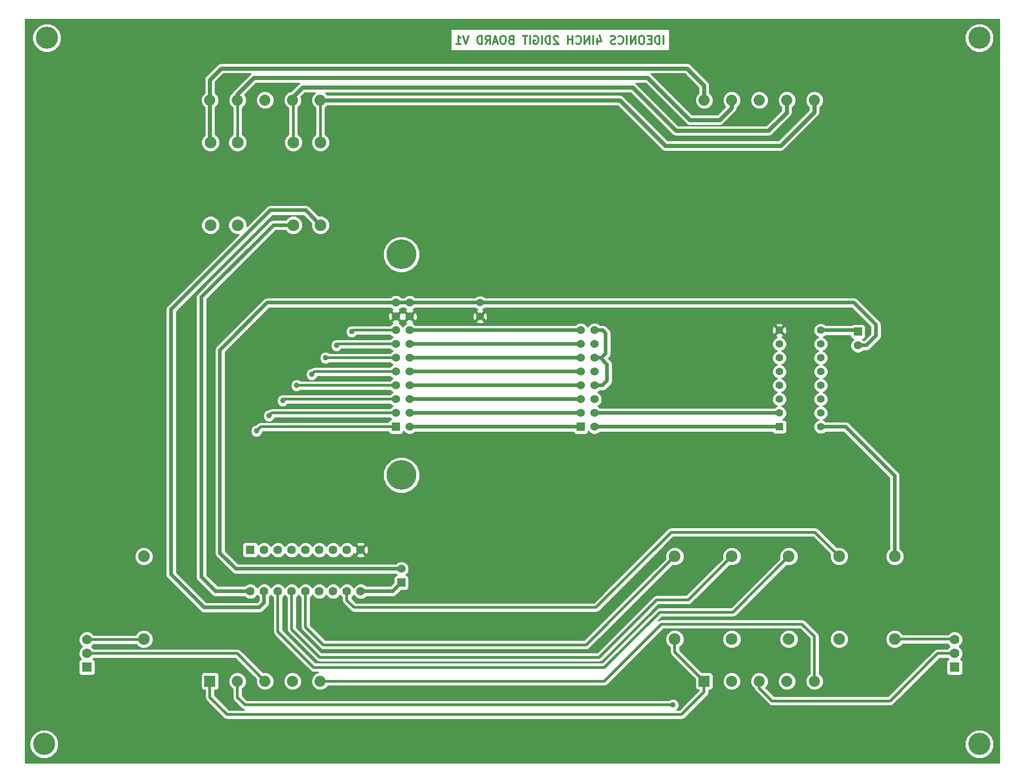
<source format=gbl>
G04 (created by PCBNEW (2013-07-07 BZR 4022)-stable) date 6/9/2015 5:45:07 PM*
%MOIN*%
G04 Gerber Fmt 3.4, Leading zero omitted, Abs format*
%FSLAX34Y34*%
G01*
G70*
G90*
G04 APERTURE LIST*
%ADD10C,0.00590551*%
%ADD11C,0.011811*%
%ADD12R,0.08X0.08*%
%ADD13C,0.08*%
%ADD14R,0.0629921X0.0629921*%
%ADD15C,0.0629921*%
%ADD16R,0.055X0.055*%
%ADD17C,0.055*%
%ADD18C,0.07*%
%ADD19R,0.07X0.07*%
%ADD20C,0.0843701*%
%ADD21R,0.06X0.06*%
%ADD22C,0.06*%
%ADD23C,0.215*%
%ADD24C,0.16*%
%ADD25C,0.0393701*%
%ADD26C,0.02*%
%ADD27C,0.008*%
%ADD28C,0.027874*%
%ADD29C,0.0283465*%
%ADD30C,0.01*%
G04 APERTURE END LIST*
G54D10*
G54D11*
X73094Y-35239D02*
X73094Y-34648D01*
X72813Y-35239D02*
X72813Y-34648D01*
X72672Y-34648D01*
X72588Y-34676D01*
X72531Y-34732D01*
X72503Y-34789D01*
X72475Y-34901D01*
X72475Y-34985D01*
X72503Y-35098D01*
X72531Y-35154D01*
X72588Y-35210D01*
X72672Y-35239D01*
X72813Y-35239D01*
X72222Y-34929D02*
X72025Y-34929D01*
X71941Y-35239D02*
X72222Y-35239D01*
X72222Y-34648D01*
X71941Y-34648D01*
X71575Y-34648D02*
X71463Y-34648D01*
X71407Y-34676D01*
X71350Y-34732D01*
X71322Y-34845D01*
X71322Y-35042D01*
X71350Y-35154D01*
X71407Y-35210D01*
X71463Y-35239D01*
X71575Y-35239D01*
X71632Y-35210D01*
X71688Y-35154D01*
X71716Y-35042D01*
X71716Y-34845D01*
X71688Y-34732D01*
X71632Y-34676D01*
X71575Y-34648D01*
X71069Y-35239D02*
X71069Y-34648D01*
X70732Y-35239D01*
X70732Y-34648D01*
X70450Y-35239D02*
X70450Y-34648D01*
X69832Y-35182D02*
X69860Y-35210D01*
X69944Y-35239D01*
X70001Y-35239D01*
X70085Y-35210D01*
X70141Y-35154D01*
X70169Y-35098D01*
X70197Y-34985D01*
X70197Y-34901D01*
X70169Y-34789D01*
X70141Y-34732D01*
X70085Y-34676D01*
X70001Y-34648D01*
X69944Y-34648D01*
X69860Y-34676D01*
X69832Y-34704D01*
X69607Y-35210D02*
X69522Y-35239D01*
X69382Y-35239D01*
X69326Y-35210D01*
X69297Y-35182D01*
X69269Y-35126D01*
X69269Y-35070D01*
X69297Y-35014D01*
X69326Y-34985D01*
X69382Y-34957D01*
X69494Y-34929D01*
X69551Y-34901D01*
X69579Y-34873D01*
X69607Y-34817D01*
X69607Y-34760D01*
X69579Y-34704D01*
X69551Y-34676D01*
X69494Y-34648D01*
X69354Y-34648D01*
X69269Y-34676D01*
X68313Y-34845D02*
X68313Y-35239D01*
X68454Y-34620D02*
X68594Y-35042D01*
X68229Y-35042D01*
X68004Y-35239D02*
X68004Y-34648D01*
X67723Y-35239D02*
X67723Y-34648D01*
X67385Y-35239D01*
X67385Y-34648D01*
X66767Y-35182D02*
X66795Y-35210D01*
X66879Y-35239D01*
X66935Y-35239D01*
X67020Y-35210D01*
X67076Y-35154D01*
X67104Y-35098D01*
X67132Y-34985D01*
X67132Y-34901D01*
X67104Y-34789D01*
X67076Y-34732D01*
X67020Y-34676D01*
X66935Y-34648D01*
X66879Y-34648D01*
X66795Y-34676D01*
X66767Y-34704D01*
X66513Y-35239D02*
X66513Y-34648D01*
X66513Y-34929D02*
X66176Y-34929D01*
X66176Y-35239D02*
X66176Y-34648D01*
X65473Y-34704D02*
X65445Y-34676D01*
X65389Y-34648D01*
X65248Y-34648D01*
X65192Y-34676D01*
X65164Y-34704D01*
X65135Y-34760D01*
X65135Y-34817D01*
X65164Y-34901D01*
X65501Y-35239D01*
X65135Y-35239D01*
X64882Y-35239D02*
X64882Y-34648D01*
X64742Y-34648D01*
X64657Y-34676D01*
X64601Y-34732D01*
X64573Y-34789D01*
X64545Y-34901D01*
X64545Y-34985D01*
X64573Y-35098D01*
X64601Y-35154D01*
X64657Y-35210D01*
X64742Y-35239D01*
X64882Y-35239D01*
X64292Y-35239D02*
X64292Y-34648D01*
X63701Y-34676D02*
X63758Y-34648D01*
X63842Y-34648D01*
X63926Y-34676D01*
X63983Y-34732D01*
X64011Y-34789D01*
X64039Y-34901D01*
X64039Y-34985D01*
X64011Y-35098D01*
X63983Y-35154D01*
X63926Y-35210D01*
X63842Y-35239D01*
X63786Y-35239D01*
X63701Y-35210D01*
X63673Y-35182D01*
X63673Y-34985D01*
X63786Y-34985D01*
X63420Y-35239D02*
X63420Y-34648D01*
X63223Y-34648D02*
X62886Y-34648D01*
X63055Y-35239D02*
X63055Y-34648D01*
X62042Y-34929D02*
X61958Y-34957D01*
X61930Y-34985D01*
X61902Y-35042D01*
X61902Y-35126D01*
X61930Y-35182D01*
X61958Y-35210D01*
X62014Y-35239D01*
X62239Y-35239D01*
X62239Y-34648D01*
X62042Y-34648D01*
X61986Y-34676D01*
X61958Y-34704D01*
X61930Y-34760D01*
X61930Y-34817D01*
X61958Y-34873D01*
X61986Y-34901D01*
X62042Y-34929D01*
X62239Y-34929D01*
X61536Y-34648D02*
X61423Y-34648D01*
X61367Y-34676D01*
X61311Y-34732D01*
X61283Y-34845D01*
X61283Y-35042D01*
X61311Y-35154D01*
X61367Y-35210D01*
X61423Y-35239D01*
X61536Y-35239D01*
X61592Y-35210D01*
X61648Y-35154D01*
X61677Y-35042D01*
X61677Y-34845D01*
X61648Y-34732D01*
X61592Y-34676D01*
X61536Y-34648D01*
X61058Y-35070D02*
X60777Y-35070D01*
X61114Y-35239D02*
X60917Y-34648D01*
X60720Y-35239D01*
X60186Y-35239D02*
X60383Y-34957D01*
X60524Y-35239D02*
X60524Y-34648D01*
X60299Y-34648D01*
X60242Y-34676D01*
X60214Y-34704D01*
X60186Y-34760D01*
X60186Y-34845D01*
X60214Y-34901D01*
X60242Y-34929D01*
X60299Y-34957D01*
X60524Y-34957D01*
X59933Y-35239D02*
X59933Y-34648D01*
X59792Y-34648D01*
X59708Y-34676D01*
X59652Y-34732D01*
X59624Y-34789D01*
X59596Y-34901D01*
X59596Y-34985D01*
X59624Y-35098D01*
X59652Y-35154D01*
X59708Y-35210D01*
X59792Y-35239D01*
X59933Y-35239D01*
X58977Y-34648D02*
X58780Y-35239D01*
X58583Y-34648D01*
X58077Y-35239D02*
X58414Y-35239D01*
X58246Y-35239D02*
X58246Y-34648D01*
X58302Y-34732D01*
X58358Y-34789D01*
X58414Y-34817D01*
G54D12*
X76039Y-81444D03*
G54D13*
X78039Y-81444D03*
X80039Y-81444D03*
X82039Y-81444D03*
X82039Y-39318D03*
X80039Y-39318D03*
X78039Y-39318D03*
X76039Y-39318D03*
X84039Y-81444D03*
X84039Y-39318D03*
G54D12*
X40212Y-81444D03*
G54D13*
X42212Y-81444D03*
X44212Y-81444D03*
X46212Y-81444D03*
X46212Y-39318D03*
X44212Y-39318D03*
X42212Y-39318D03*
X40212Y-39318D03*
X48212Y-81444D03*
X48212Y-39318D03*
G54D14*
X43145Y-71925D03*
G54D15*
X44145Y-71925D03*
X45145Y-71925D03*
X46145Y-71925D03*
X47145Y-71925D03*
X48145Y-71925D03*
X49145Y-71925D03*
X50145Y-71925D03*
X51145Y-71925D03*
X51145Y-74925D03*
X50145Y-74925D03*
X49145Y-74925D03*
X48145Y-74925D03*
X47145Y-74925D03*
X46145Y-74925D03*
X45145Y-74925D03*
X44145Y-74925D03*
X43145Y-74925D03*
G54D16*
X81500Y-63000D03*
G54D17*
X81500Y-62000D03*
X81500Y-61000D03*
X81500Y-60000D03*
X81500Y-59000D03*
X81500Y-58000D03*
X81500Y-57000D03*
X81500Y-56000D03*
X84500Y-56000D03*
X84500Y-57000D03*
X84500Y-58000D03*
X84500Y-59000D03*
X84500Y-60000D03*
X84500Y-61000D03*
X84500Y-62000D03*
X84500Y-63000D03*
G54D18*
X31299Y-78429D03*
X31299Y-79429D03*
G54D19*
X31299Y-80429D03*
G54D18*
X94192Y-78429D03*
X94192Y-79429D03*
G54D19*
X94192Y-80429D03*
G54D17*
X59800Y-54000D03*
X59800Y-55000D03*
G54D20*
X35433Y-78393D03*
X35433Y-72393D03*
G54D21*
X87200Y-56100D03*
G54D22*
X87200Y-57100D03*
G54D20*
X40255Y-48374D03*
X40255Y-42374D03*
X89862Y-78393D03*
X89862Y-72393D03*
X85826Y-72393D03*
X85826Y-78393D03*
X42224Y-48374D03*
X42224Y-42374D03*
X73917Y-72393D03*
X73917Y-78393D03*
X78051Y-72393D03*
X78051Y-78393D03*
X82185Y-72393D03*
X82185Y-78393D03*
X48228Y-48374D03*
X48228Y-42374D03*
X46259Y-48374D03*
X46259Y-42374D03*
G54D21*
X54100Y-74300D03*
G54D22*
X54100Y-73300D03*
G54D21*
X67100Y-63000D03*
G54D22*
X68100Y-63000D03*
X67100Y-62000D03*
X68100Y-62000D03*
X67100Y-61000D03*
X68100Y-61000D03*
X67100Y-60000D03*
X68100Y-60000D03*
X67100Y-59000D03*
X68100Y-59000D03*
X67100Y-58000D03*
X68100Y-58000D03*
X67100Y-57000D03*
X68100Y-57000D03*
X67100Y-56000D03*
X68100Y-56000D03*
G54D21*
X53700Y-63000D03*
G54D22*
X54700Y-63000D03*
X53700Y-62000D03*
X54700Y-62000D03*
X53700Y-61000D03*
X54700Y-61000D03*
X53700Y-60000D03*
X54700Y-60000D03*
X53700Y-59000D03*
X54700Y-59000D03*
X53700Y-58000D03*
X54700Y-58000D03*
X53700Y-57000D03*
X54700Y-57000D03*
X53700Y-56000D03*
X54700Y-56000D03*
X53700Y-55000D03*
X54700Y-55000D03*
X53700Y-54000D03*
X54700Y-54000D03*
G54D23*
X54100Y-66500D03*
X54100Y-50500D03*
G54D24*
X28200Y-86000D03*
X96000Y-86000D03*
X96000Y-34800D03*
X28400Y-34800D03*
G54D25*
X43600Y-63300D03*
X44500Y-62200D03*
X45500Y-61100D03*
X46500Y-60000D03*
X47600Y-59200D03*
X48600Y-58000D03*
X49400Y-57100D03*
X50500Y-56100D03*
X73779Y-83169D03*
G54D26*
X43900Y-63000D02*
X53700Y-63000D01*
X43600Y-63300D02*
X43900Y-63000D01*
X44700Y-62000D02*
X53700Y-62000D01*
X44500Y-62200D02*
X44700Y-62000D01*
G54D27*
X44145Y-71925D02*
X44145Y-71897D01*
G54D26*
X45600Y-61000D02*
X53700Y-61000D01*
X45500Y-61100D02*
X45600Y-61000D01*
G54D27*
X45145Y-71925D02*
X45145Y-71891D01*
G54D26*
X46500Y-60000D02*
X53700Y-60000D01*
G54D27*
X46145Y-71925D02*
X46145Y-71777D01*
G54D28*
X68100Y-63000D02*
X81500Y-63000D01*
X68100Y-58000D02*
X68531Y-58000D01*
X68681Y-60000D02*
X68100Y-60000D01*
X69015Y-59665D02*
X68681Y-60000D01*
X69015Y-58484D02*
X69015Y-59665D01*
X68531Y-58000D02*
X69015Y-58484D01*
X68100Y-58000D02*
X68594Y-58000D01*
X68696Y-56000D02*
X68100Y-56000D01*
X68917Y-56220D02*
X68696Y-56000D01*
X68917Y-57677D02*
X68917Y-56220D01*
X68594Y-58000D02*
X68917Y-57677D01*
X68100Y-62000D02*
X81500Y-62000D01*
G54D26*
X47800Y-59000D02*
X53700Y-59000D01*
X47600Y-59200D02*
X47800Y-59000D01*
G54D27*
X47145Y-71925D02*
X47145Y-71919D01*
G54D26*
X48600Y-58000D02*
X53700Y-58000D01*
G54D27*
X48145Y-71925D02*
X48145Y-71795D01*
G54D26*
X49500Y-57000D02*
X53700Y-57000D01*
X49400Y-57100D02*
X49500Y-57000D01*
G54D27*
X49145Y-71925D02*
X49145Y-71818D01*
G54D26*
X50600Y-56000D02*
X53700Y-56000D01*
X50500Y-56100D02*
X50600Y-56000D01*
G54D27*
X50145Y-71925D02*
X50145Y-71675D01*
G54D26*
X46259Y-42374D02*
X46259Y-39366D01*
X46259Y-39366D02*
X46212Y-39318D01*
G54D29*
X46212Y-39318D02*
X46212Y-39122D01*
X82039Y-40204D02*
X82039Y-39318D01*
X80708Y-41535D02*
X82039Y-40204D01*
X74015Y-41535D02*
X80708Y-41535D01*
X70866Y-38385D02*
X74015Y-41535D01*
X46948Y-38385D02*
X70866Y-38385D01*
X46212Y-39122D02*
X46948Y-38385D01*
G54D26*
X48228Y-42374D02*
X48228Y-39334D01*
X48228Y-39334D02*
X48212Y-39318D01*
G54D29*
X48212Y-39318D02*
X69929Y-39318D01*
X84039Y-40173D02*
X84039Y-39318D01*
X81594Y-42618D02*
X84039Y-40173D01*
X73228Y-42618D02*
X81594Y-42618D01*
X69929Y-39318D02*
X73228Y-42618D01*
G54D26*
X42212Y-81444D02*
X42212Y-82625D01*
X42755Y-83169D02*
X73779Y-83169D01*
X42212Y-82625D02*
X42755Y-83169D01*
X73917Y-78393D02*
X73917Y-79322D01*
X73917Y-79322D02*
X76039Y-81444D01*
X40212Y-81444D02*
X40212Y-82614D01*
X76039Y-82228D02*
X76039Y-81444D01*
X74409Y-83858D02*
X76039Y-82228D01*
X41456Y-83858D02*
X74409Y-83858D01*
X40212Y-82614D02*
X41456Y-83858D01*
X42224Y-42374D02*
X42224Y-39330D01*
X42224Y-39330D02*
X42212Y-39318D01*
G54D29*
X42212Y-39318D02*
X42212Y-38889D01*
X78039Y-39874D02*
X78039Y-39318D01*
X77165Y-40748D02*
X78039Y-39874D01*
X75000Y-40748D02*
X77165Y-40748D01*
X71948Y-37696D02*
X75000Y-40748D01*
X43405Y-37696D02*
X71948Y-37696D01*
X42212Y-38889D02*
X43405Y-37696D01*
X40212Y-39318D02*
X40212Y-37838D01*
X76039Y-38244D02*
X76039Y-39318D01*
X74803Y-37007D02*
X76039Y-38244D01*
X41043Y-37007D02*
X74803Y-37007D01*
X40212Y-37838D02*
X41043Y-37007D01*
X40212Y-39318D02*
X40212Y-42330D01*
X40212Y-42330D02*
X40255Y-42374D01*
G54D26*
X84039Y-81444D02*
X84039Y-78192D01*
X68811Y-81444D02*
X48212Y-81444D01*
X72952Y-77303D02*
X68811Y-81444D01*
X83149Y-77303D02*
X72952Y-77303D01*
X84039Y-78192D02*
X83149Y-77303D01*
G54D28*
X53700Y-54000D02*
X54700Y-54000D01*
X54100Y-73300D02*
X42099Y-73300D01*
X44385Y-54000D02*
X53700Y-54000D01*
X40948Y-57437D02*
X44385Y-54000D01*
X40948Y-72149D02*
X40948Y-57437D01*
X42099Y-73300D02*
X40948Y-72149D01*
X59800Y-54000D02*
X86900Y-54000D01*
X87800Y-57100D02*
X87200Y-57100D01*
X88500Y-56400D02*
X87800Y-57100D01*
X88500Y-55600D02*
X88500Y-56400D01*
X86900Y-54000D02*
X88500Y-55600D01*
X54700Y-54000D02*
X59800Y-54000D01*
G54D26*
X89862Y-78393D02*
X94157Y-78393D01*
X94157Y-78393D02*
X94192Y-78429D01*
G54D28*
X43145Y-74925D02*
X40625Y-74925D01*
X44825Y-48374D02*
X46259Y-48374D01*
X39600Y-53600D02*
X44825Y-48374D01*
X39600Y-73900D02*
X39600Y-53600D01*
X40625Y-74925D02*
X39600Y-73900D01*
X44145Y-74925D02*
X44145Y-75754D01*
X47154Y-47300D02*
X48228Y-48374D01*
X44600Y-47300D02*
X47154Y-47300D01*
X37400Y-54500D02*
X44600Y-47300D01*
X37400Y-73700D02*
X37400Y-54500D01*
X39800Y-76100D02*
X37400Y-73700D01*
X43800Y-76100D02*
X39800Y-76100D01*
X44145Y-75754D02*
X43800Y-76100D01*
G54D26*
X45145Y-74925D02*
X45145Y-77862D01*
X78141Y-76437D02*
X82185Y-72393D01*
X72834Y-76437D02*
X78141Y-76437D01*
X68818Y-80452D02*
X72834Y-76437D01*
X47736Y-80452D02*
X68818Y-80452D01*
X45145Y-77862D02*
X47736Y-80452D01*
X46145Y-74925D02*
X46145Y-77681D01*
X74893Y-75551D02*
X78051Y-72393D01*
X72598Y-75551D02*
X74893Y-75551D01*
X68444Y-79704D02*
X72598Y-75551D01*
X48169Y-79704D02*
X68444Y-79704D01*
X46145Y-77681D02*
X48169Y-79704D01*
X50145Y-74925D02*
X50145Y-75578D01*
X84082Y-70649D02*
X85826Y-72393D01*
X73661Y-70649D02*
X84082Y-70649D01*
X68208Y-76102D02*
X73661Y-70649D01*
X50669Y-76102D02*
X68208Y-76102D01*
X50145Y-75578D02*
X50669Y-76102D01*
G54D28*
X54700Y-57000D02*
X67100Y-57000D01*
X54700Y-58000D02*
X67100Y-58000D01*
X54700Y-59000D02*
X67100Y-59000D01*
X54700Y-60000D02*
X67100Y-60000D01*
X67100Y-56000D02*
X54700Y-56000D01*
X54700Y-61000D02*
X67100Y-61000D01*
X54700Y-62000D02*
X67100Y-62000D01*
X54700Y-63000D02*
X67100Y-63000D01*
G54D26*
X31299Y-78429D02*
X35397Y-78429D01*
X35397Y-78429D02*
X35433Y-78393D01*
G54D28*
X84500Y-63000D02*
X86300Y-63000D01*
X89862Y-66562D02*
X89862Y-72393D01*
X86300Y-63000D02*
X89862Y-66562D01*
X84500Y-56000D02*
X87100Y-56000D01*
X87100Y-56000D02*
X87200Y-56100D01*
G54D26*
X80039Y-81444D02*
X80039Y-81938D01*
X92982Y-79429D02*
X94192Y-79429D01*
X89527Y-82883D02*
X92982Y-79429D01*
X80984Y-82883D02*
X89527Y-82883D01*
X80039Y-81938D02*
X80984Y-82883D01*
X31299Y-79429D02*
X42196Y-79429D01*
X42196Y-79429D02*
X44212Y-81444D01*
X47145Y-74925D02*
X47145Y-77519D01*
X67492Y-78818D02*
X73917Y-72393D01*
X48444Y-78818D02*
X67492Y-78818D01*
X47145Y-77519D02*
X48444Y-78818D01*
G54D28*
X51145Y-74925D02*
X53474Y-74925D01*
X53474Y-74925D02*
X54100Y-74300D01*
G54D10*
G36*
X97420Y-87352D02*
X97050Y-87352D01*
X97050Y-85792D01*
X97050Y-34592D01*
X96890Y-34206D01*
X96595Y-33910D01*
X96209Y-33750D01*
X95792Y-33749D01*
X95406Y-33909D01*
X95110Y-34204D01*
X94950Y-34590D01*
X94949Y-35007D01*
X95109Y-35394D01*
X95404Y-35689D01*
X95790Y-35849D01*
X96207Y-35850D01*
X96594Y-35690D01*
X96889Y-35395D01*
X97049Y-35009D01*
X97050Y-34592D01*
X97050Y-85792D01*
X96890Y-85406D01*
X96595Y-85110D01*
X96209Y-84950D01*
X95792Y-84949D01*
X95406Y-85109D01*
X95110Y-85404D01*
X94950Y-85790D01*
X94949Y-86207D01*
X95109Y-86594D01*
X95404Y-86889D01*
X95790Y-87049D01*
X96207Y-87050D01*
X96594Y-86890D01*
X96889Y-86595D01*
X97049Y-86209D01*
X97050Y-85792D01*
X97050Y-87352D01*
X94793Y-87352D01*
X94793Y-79310D01*
X94701Y-79089D01*
X94541Y-78929D01*
X94701Y-78769D01*
X94792Y-78549D01*
X94793Y-78310D01*
X94701Y-78089D01*
X94533Y-77920D01*
X94312Y-77829D01*
X94074Y-77829D01*
X93853Y-77920D01*
X93729Y-78043D01*
X90534Y-78043D01*
X90534Y-72260D01*
X90432Y-72013D01*
X90251Y-71832D01*
X90251Y-66562D01*
X90221Y-66413D01*
X90137Y-66286D01*
X90137Y-66286D01*
X86575Y-62724D01*
X86449Y-62640D01*
X86300Y-62610D01*
X86299Y-62610D01*
X84853Y-62610D01*
X84797Y-62555D01*
X84664Y-62499D01*
X84797Y-62445D01*
X84944Y-62297D01*
X85024Y-62104D01*
X85025Y-61896D01*
X84945Y-61703D01*
X84797Y-61555D01*
X84664Y-61499D01*
X84797Y-61445D01*
X84944Y-61297D01*
X85024Y-61104D01*
X85025Y-60896D01*
X84945Y-60703D01*
X84797Y-60555D01*
X84664Y-60499D01*
X84797Y-60445D01*
X84944Y-60297D01*
X85024Y-60104D01*
X85025Y-59896D01*
X84945Y-59703D01*
X84797Y-59555D01*
X84664Y-59499D01*
X84797Y-59445D01*
X84944Y-59297D01*
X85024Y-59104D01*
X85025Y-58896D01*
X84945Y-58703D01*
X84797Y-58555D01*
X84664Y-58499D01*
X84797Y-58445D01*
X84944Y-58297D01*
X85024Y-58104D01*
X85025Y-57896D01*
X84945Y-57703D01*
X84797Y-57555D01*
X84664Y-57499D01*
X84797Y-57445D01*
X84944Y-57297D01*
X85024Y-57104D01*
X85025Y-56896D01*
X84945Y-56703D01*
X84797Y-56555D01*
X84664Y-56499D01*
X84797Y-56445D01*
X84853Y-56389D01*
X86649Y-56389D01*
X86649Y-56449D01*
X86687Y-56541D01*
X86758Y-56611D01*
X86850Y-56649D01*
X86872Y-56649D01*
X86734Y-56788D01*
X86650Y-56990D01*
X86649Y-57208D01*
X86733Y-57411D01*
X86888Y-57565D01*
X87090Y-57649D01*
X87308Y-57650D01*
X87511Y-57566D01*
X87588Y-57489D01*
X87799Y-57489D01*
X87800Y-57489D01*
X87800Y-57489D01*
X87949Y-57459D01*
X88075Y-57375D01*
X88775Y-56675D01*
X88775Y-56675D01*
X88775Y-56675D01*
X88859Y-56549D01*
X88889Y-56400D01*
X88889Y-56400D01*
X88889Y-56400D01*
X88889Y-55600D01*
X88889Y-55599D01*
X88889Y-55599D01*
X88883Y-55570D01*
X88859Y-55450D01*
X88859Y-55450D01*
X88775Y-55324D01*
X88775Y-55324D01*
X87175Y-53724D01*
X87049Y-53640D01*
X86900Y-53610D01*
X86899Y-53610D01*
X84689Y-53610D01*
X84689Y-39190D01*
X84590Y-38951D01*
X84408Y-38768D01*
X84169Y-38669D01*
X83910Y-38668D01*
X83671Y-38767D01*
X83488Y-38950D01*
X83389Y-39189D01*
X83389Y-39447D01*
X83488Y-39686D01*
X83647Y-39846D01*
X83647Y-40010D01*
X81432Y-42226D01*
X73390Y-42226D01*
X70206Y-39041D01*
X70079Y-38956D01*
X69929Y-38927D01*
X48739Y-38927D01*
X48590Y-38777D01*
X70703Y-38777D01*
X73738Y-41812D01*
X73738Y-41812D01*
X73865Y-41897D01*
X74015Y-41927D01*
X80708Y-41927D01*
X80858Y-41897D01*
X80985Y-41812D01*
X82316Y-40481D01*
X82316Y-40481D01*
X82373Y-40396D01*
X82401Y-40354D01*
X82401Y-40354D01*
X82431Y-40204D01*
X82431Y-40204D01*
X82431Y-39846D01*
X82590Y-39687D01*
X82689Y-39448D01*
X82689Y-39190D01*
X82590Y-38951D01*
X82408Y-38768D01*
X82169Y-38669D01*
X81910Y-38668D01*
X81671Y-38767D01*
X81488Y-38950D01*
X81389Y-39189D01*
X81389Y-39447D01*
X81488Y-39686D01*
X81647Y-39846D01*
X81647Y-40042D01*
X80689Y-41000D01*
X80689Y-39190D01*
X80590Y-38951D01*
X80408Y-38768D01*
X80169Y-38669D01*
X79910Y-38668D01*
X79671Y-38767D01*
X79488Y-38950D01*
X79389Y-39189D01*
X79389Y-39447D01*
X79488Y-39686D01*
X79670Y-39869D01*
X79909Y-39968D01*
X80168Y-39969D01*
X80407Y-39870D01*
X80590Y-39687D01*
X80689Y-39448D01*
X80689Y-39190D01*
X80689Y-41000D01*
X80546Y-41143D01*
X74178Y-41143D01*
X71143Y-38108D01*
X71112Y-38088D01*
X71786Y-38088D01*
X74723Y-41025D01*
X74850Y-41109D01*
X75000Y-41139D01*
X77165Y-41139D01*
X77315Y-41109D01*
X77442Y-41025D01*
X78316Y-40151D01*
X78401Y-40023D01*
X78431Y-39874D01*
X78431Y-39846D01*
X78590Y-39687D01*
X78689Y-39448D01*
X78689Y-39190D01*
X78590Y-38951D01*
X78408Y-38768D01*
X78169Y-38669D01*
X77910Y-38668D01*
X77671Y-38767D01*
X77488Y-38950D01*
X77389Y-39189D01*
X77389Y-39447D01*
X77488Y-39686D01*
X77580Y-39779D01*
X77003Y-40356D01*
X75162Y-40356D01*
X72225Y-37419D01*
X72195Y-37399D01*
X74640Y-37399D01*
X75647Y-38406D01*
X75647Y-38791D01*
X75488Y-38950D01*
X75389Y-39189D01*
X75389Y-39447D01*
X75488Y-39686D01*
X75670Y-39869D01*
X75909Y-39968D01*
X76168Y-39969D01*
X76407Y-39870D01*
X76590Y-39687D01*
X76689Y-39448D01*
X76689Y-39190D01*
X76590Y-38951D01*
X76431Y-38791D01*
X76431Y-38244D01*
X76401Y-38094D01*
X76316Y-37967D01*
X76316Y-37967D01*
X75080Y-36730D01*
X74953Y-36645D01*
X74803Y-36616D01*
X73544Y-36616D01*
X73544Y-35722D01*
X73544Y-34159D01*
X57655Y-34159D01*
X57655Y-35722D01*
X73544Y-35722D01*
X73544Y-36616D01*
X41043Y-36616D01*
X40893Y-36645D01*
X40766Y-36730D01*
X39935Y-37561D01*
X39850Y-37688D01*
X39820Y-37838D01*
X39820Y-38791D01*
X39661Y-38950D01*
X39562Y-39189D01*
X39562Y-39447D01*
X39661Y-39686D01*
X39820Y-39846D01*
X39820Y-41858D01*
X39686Y-41992D01*
X39584Y-42239D01*
X39583Y-42507D01*
X39686Y-42754D01*
X39874Y-42943D01*
X40121Y-43045D01*
X40388Y-43045D01*
X40635Y-42943D01*
X40825Y-42755D01*
X40927Y-42508D01*
X40927Y-42240D01*
X40825Y-41993D01*
X40636Y-41804D01*
X40604Y-41791D01*
X40604Y-39846D01*
X40763Y-39687D01*
X40862Y-39448D01*
X40862Y-39190D01*
X40763Y-38951D01*
X40604Y-38791D01*
X40604Y-38000D01*
X41205Y-37399D01*
X43158Y-37399D01*
X43128Y-37419D01*
X41935Y-38612D01*
X41850Y-38739D01*
X41845Y-38767D01*
X41844Y-38767D01*
X41661Y-38950D01*
X41562Y-39189D01*
X41562Y-39447D01*
X41661Y-39686D01*
X41843Y-39869D01*
X41874Y-39882D01*
X41874Y-41791D01*
X41844Y-41804D01*
X41655Y-41992D01*
X41552Y-42239D01*
X41552Y-42507D01*
X41654Y-42754D01*
X41843Y-42943D01*
X42090Y-43045D01*
X42357Y-43045D01*
X42604Y-42943D01*
X42793Y-42755D01*
X42896Y-42508D01*
X42896Y-42240D01*
X42794Y-41993D01*
X42605Y-41804D01*
X42574Y-41791D01*
X42574Y-39872D01*
X42580Y-39870D01*
X42763Y-39687D01*
X42862Y-39448D01*
X42862Y-39190D01*
X42763Y-38951D01*
X42734Y-38921D01*
X43567Y-38088D01*
X46702Y-38088D01*
X46671Y-38108D01*
X46111Y-38668D01*
X46083Y-38668D01*
X45844Y-38767D01*
X45661Y-38950D01*
X45562Y-39189D01*
X45562Y-39447D01*
X45661Y-39686D01*
X45843Y-39869D01*
X45909Y-39896D01*
X45909Y-41791D01*
X45879Y-41804D01*
X45690Y-41992D01*
X45588Y-42239D01*
X45587Y-42507D01*
X45689Y-42754D01*
X45878Y-42943D01*
X46125Y-43045D01*
X46392Y-43045D01*
X46639Y-42943D01*
X46829Y-42755D01*
X46931Y-42508D01*
X46931Y-42240D01*
X46829Y-41993D01*
X46640Y-41804D01*
X46609Y-41791D01*
X46609Y-39840D01*
X46763Y-39687D01*
X46862Y-39448D01*
X46862Y-39190D01*
X46814Y-39073D01*
X47111Y-38777D01*
X47834Y-38777D01*
X47661Y-38950D01*
X47562Y-39189D01*
X47562Y-39447D01*
X47661Y-39686D01*
X47843Y-39869D01*
X47878Y-39883D01*
X47878Y-41791D01*
X47848Y-41804D01*
X47659Y-41992D01*
X47556Y-42239D01*
X47556Y-42507D01*
X47658Y-42754D01*
X47847Y-42943D01*
X48094Y-43045D01*
X48361Y-43045D01*
X48608Y-42943D01*
X48797Y-42755D01*
X48900Y-42508D01*
X48900Y-42240D01*
X48798Y-41993D01*
X48609Y-41804D01*
X48578Y-41791D01*
X48578Y-39871D01*
X48580Y-39870D01*
X48740Y-39710D01*
X69766Y-39710D01*
X72951Y-42895D01*
X72951Y-42895D01*
X73078Y-42980D01*
X73228Y-43009D01*
X81594Y-43009D01*
X81744Y-42980D01*
X81871Y-42895D01*
X84316Y-40450D01*
X84401Y-40323D01*
X84431Y-40173D01*
X84431Y-40173D01*
X84431Y-39846D01*
X84590Y-39687D01*
X84689Y-39448D01*
X84689Y-39190D01*
X84689Y-53610D01*
X60153Y-53610D01*
X60097Y-53555D01*
X59904Y-53475D01*
X59696Y-53474D01*
X59503Y-53554D01*
X59446Y-53610D01*
X55425Y-53610D01*
X55425Y-50237D01*
X55223Y-49750D01*
X54851Y-49377D01*
X54364Y-49175D01*
X53837Y-49174D01*
X53350Y-49376D01*
X52977Y-49748D01*
X52775Y-50235D01*
X52774Y-50762D01*
X52976Y-51249D01*
X53348Y-51622D01*
X53835Y-51824D01*
X54362Y-51825D01*
X54849Y-51623D01*
X55222Y-51251D01*
X55424Y-50764D01*
X55425Y-50237D01*
X55425Y-53610D01*
X55088Y-53610D01*
X55011Y-53534D01*
X54809Y-53450D01*
X54591Y-53449D01*
X54388Y-53533D01*
X54311Y-53610D01*
X54088Y-53610D01*
X54011Y-53534D01*
X53809Y-53450D01*
X53591Y-53449D01*
X53388Y-53533D01*
X53311Y-53610D01*
X44385Y-53610D01*
X44236Y-53640D01*
X44110Y-53724D01*
X44110Y-53724D01*
X40673Y-57161D01*
X40589Y-57288D01*
X40559Y-57437D01*
X40559Y-57437D01*
X40559Y-72149D01*
X40559Y-72149D01*
X40589Y-72298D01*
X40673Y-72424D01*
X41823Y-73575D01*
X41950Y-73659D01*
X42099Y-73689D01*
X42099Y-73689D01*
X42099Y-73689D01*
X53711Y-73689D01*
X53772Y-73749D01*
X53750Y-73749D01*
X53658Y-73787D01*
X53588Y-73858D01*
X53550Y-73950D01*
X53549Y-74049D01*
X53549Y-74299D01*
X53313Y-74535D01*
X51555Y-74535D01*
X51466Y-74446D01*
X51258Y-74360D01*
X51033Y-74360D01*
X50826Y-74445D01*
X50666Y-74604D01*
X50645Y-74655D01*
X50624Y-74605D01*
X50466Y-74446D01*
X50258Y-74360D01*
X50033Y-74360D01*
X49826Y-74445D01*
X49666Y-74604D01*
X49645Y-74655D01*
X49624Y-74605D01*
X49466Y-74446D01*
X49258Y-74360D01*
X49033Y-74360D01*
X48826Y-74445D01*
X48666Y-74604D01*
X48645Y-74655D01*
X48624Y-74605D01*
X48466Y-74446D01*
X48258Y-74360D01*
X48033Y-74360D01*
X47826Y-74445D01*
X47666Y-74604D01*
X47645Y-74655D01*
X47624Y-74605D01*
X47466Y-74446D01*
X47258Y-74360D01*
X47033Y-74360D01*
X46826Y-74445D01*
X46666Y-74604D01*
X46645Y-74655D01*
X46624Y-74605D01*
X46466Y-74446D01*
X46258Y-74360D01*
X46033Y-74360D01*
X45826Y-74445D01*
X45666Y-74604D01*
X45645Y-74655D01*
X45624Y-74605D01*
X45466Y-74446D01*
X45258Y-74360D01*
X45033Y-74360D01*
X44826Y-74445D01*
X44666Y-74604D01*
X44645Y-74655D01*
X44624Y-74605D01*
X44466Y-74446D01*
X44258Y-74360D01*
X44033Y-74360D01*
X43826Y-74445D01*
X43666Y-74604D01*
X43645Y-74655D01*
X43624Y-74605D01*
X43466Y-74446D01*
X43258Y-74360D01*
X43033Y-74360D01*
X42826Y-74445D01*
X42736Y-74535D01*
X40786Y-74535D01*
X39989Y-73738D01*
X39989Y-53761D01*
X44987Y-48763D01*
X45699Y-48763D01*
X45878Y-48943D01*
X46125Y-49045D01*
X46392Y-49045D01*
X46639Y-48943D01*
X46829Y-48755D01*
X46931Y-48508D01*
X46931Y-48240D01*
X46829Y-47993D01*
X46640Y-47804D01*
X46394Y-47702D01*
X46126Y-47702D01*
X45879Y-47804D01*
X45698Y-47984D01*
X44825Y-47984D01*
X44825Y-47984D01*
X44796Y-47990D01*
X44676Y-48014D01*
X44550Y-48098D01*
X44550Y-48098D01*
X39324Y-53324D01*
X39240Y-53450D01*
X39210Y-53600D01*
X39210Y-53600D01*
X39210Y-73899D01*
X39210Y-73900D01*
X39240Y-74049D01*
X39324Y-74175D01*
X40349Y-75200D01*
X40476Y-75284D01*
X40625Y-75314D01*
X42736Y-75314D01*
X42825Y-75403D01*
X43032Y-75490D01*
X43257Y-75490D01*
X43465Y-75404D01*
X43624Y-75245D01*
X43645Y-75194D01*
X43666Y-75244D01*
X43756Y-75334D01*
X43756Y-75593D01*
X43638Y-75710D01*
X39961Y-75710D01*
X37789Y-73538D01*
X37789Y-54661D01*
X44761Y-47689D01*
X46993Y-47689D01*
X47556Y-48252D01*
X47556Y-48507D01*
X47658Y-48754D01*
X47847Y-48943D01*
X48094Y-49045D01*
X48361Y-49045D01*
X48608Y-48943D01*
X48797Y-48755D01*
X48900Y-48508D01*
X48900Y-48240D01*
X48798Y-47993D01*
X48609Y-47804D01*
X48362Y-47702D01*
X48107Y-47702D01*
X47429Y-47024D01*
X47303Y-46940D01*
X47154Y-46910D01*
X47154Y-46910D01*
X44862Y-46910D01*
X44862Y-39190D01*
X44763Y-38951D01*
X44581Y-38768D01*
X44342Y-38669D01*
X44083Y-38668D01*
X43844Y-38767D01*
X43661Y-38950D01*
X43562Y-39189D01*
X43562Y-39447D01*
X43661Y-39686D01*
X43843Y-39869D01*
X44082Y-39968D01*
X44341Y-39969D01*
X44580Y-39870D01*
X44763Y-39687D01*
X44862Y-39448D01*
X44862Y-39190D01*
X44862Y-46910D01*
X44600Y-46910D01*
X44450Y-46940D01*
X44324Y-47024D01*
X44324Y-47024D01*
X42896Y-48453D01*
X42896Y-48240D01*
X42794Y-47993D01*
X42605Y-47804D01*
X42358Y-47702D01*
X42091Y-47702D01*
X41844Y-47804D01*
X41655Y-47992D01*
X41552Y-48239D01*
X41552Y-48507D01*
X41654Y-48754D01*
X41843Y-48943D01*
X42090Y-49045D01*
X42303Y-49045D01*
X40927Y-50421D01*
X40927Y-48240D01*
X40825Y-47993D01*
X40636Y-47804D01*
X40390Y-47702D01*
X40122Y-47702D01*
X39875Y-47804D01*
X39686Y-47992D01*
X39584Y-48239D01*
X39583Y-48507D01*
X39686Y-48754D01*
X39874Y-48943D01*
X40121Y-49045D01*
X40388Y-49045D01*
X40635Y-48943D01*
X40825Y-48755D01*
X40927Y-48508D01*
X40927Y-48240D01*
X40927Y-50421D01*
X37124Y-54224D01*
X37040Y-54350D01*
X37010Y-54500D01*
X37010Y-54500D01*
X37010Y-73699D01*
X37010Y-73700D01*
X37040Y-73849D01*
X37124Y-73975D01*
X39524Y-76375D01*
X39524Y-76375D01*
X39650Y-76459D01*
X39650Y-76459D01*
X39770Y-76483D01*
X39799Y-76489D01*
X39799Y-76489D01*
X39800Y-76489D01*
X43799Y-76489D01*
X43800Y-76489D01*
X43800Y-76489D01*
X43949Y-76459D01*
X44075Y-76375D01*
X44420Y-76029D01*
X44420Y-76029D01*
X44420Y-76029D01*
X44505Y-75903D01*
X44535Y-75754D01*
X44535Y-75334D01*
X44624Y-75245D01*
X44645Y-75194D01*
X44666Y-75244D01*
X44795Y-75374D01*
X44795Y-77862D01*
X44822Y-77996D01*
X44898Y-78109D01*
X47488Y-80700D01*
X47602Y-80776D01*
X47736Y-80802D01*
X48064Y-80802D01*
X47844Y-80893D01*
X47661Y-81076D01*
X47562Y-81315D01*
X47562Y-81573D01*
X47661Y-81812D01*
X47843Y-81995D01*
X48082Y-82094D01*
X48341Y-82094D01*
X48580Y-81996D01*
X48763Y-81813D01*
X48771Y-81794D01*
X68811Y-81794D01*
X68944Y-81768D01*
X68944Y-81768D01*
X69058Y-81692D01*
X73097Y-77653D01*
X83004Y-77653D01*
X83689Y-78337D01*
X83689Y-80886D01*
X83671Y-80893D01*
X83488Y-81076D01*
X83389Y-81315D01*
X83389Y-81573D01*
X83488Y-81812D01*
X83670Y-81995D01*
X83909Y-82094D01*
X84168Y-82094D01*
X84407Y-81996D01*
X84590Y-81813D01*
X84689Y-81574D01*
X84689Y-81316D01*
X84590Y-81077D01*
X84408Y-80894D01*
X84389Y-80886D01*
X84389Y-78192D01*
X84362Y-78058D01*
X84286Y-77945D01*
X84286Y-77945D01*
X83397Y-77055D01*
X83283Y-76979D01*
X83149Y-76953D01*
X72952Y-76953D01*
X72818Y-76979D01*
X72722Y-77044D01*
X72979Y-76787D01*
X78141Y-76787D01*
X78275Y-76760D01*
X78275Y-76760D01*
X78389Y-76684D01*
X82020Y-73052D01*
X82050Y-73065D01*
X82318Y-73065D01*
X82565Y-72963D01*
X82754Y-72774D01*
X82856Y-72527D01*
X82857Y-72260D01*
X82754Y-72013D01*
X82566Y-71824D01*
X82319Y-71721D01*
X82051Y-71721D01*
X81804Y-71823D01*
X81615Y-72012D01*
X81513Y-72259D01*
X81513Y-72526D01*
X81525Y-72557D01*
X77996Y-76087D01*
X72834Y-76087D01*
X72700Y-76113D01*
X72587Y-76189D01*
X68673Y-80102D01*
X47881Y-80102D01*
X45495Y-77717D01*
X45495Y-75374D01*
X45624Y-75245D01*
X45645Y-75194D01*
X45666Y-75244D01*
X45795Y-75374D01*
X45795Y-77681D01*
X45822Y-77815D01*
X45898Y-77928D01*
X47921Y-79952D01*
X47921Y-79952D01*
X48035Y-80028D01*
X48169Y-80054D01*
X48169Y-80054D01*
X48169Y-80054D01*
X68444Y-80054D01*
X68578Y-80028D01*
X68578Y-80028D01*
X68692Y-79952D01*
X72743Y-75901D01*
X74893Y-75901D01*
X75027Y-75874D01*
X75027Y-75874D01*
X75141Y-75798D01*
X77886Y-73052D01*
X77916Y-73065D01*
X78184Y-73065D01*
X78431Y-72963D01*
X78620Y-72774D01*
X78722Y-72527D01*
X78723Y-72260D01*
X78621Y-72013D01*
X78432Y-71824D01*
X78185Y-71721D01*
X77918Y-71721D01*
X77671Y-71823D01*
X77481Y-72012D01*
X77379Y-72259D01*
X77379Y-72526D01*
X77392Y-72557D01*
X74748Y-75201D01*
X72598Y-75201D01*
X72464Y-75227D01*
X72350Y-75303D01*
X68299Y-79354D01*
X48314Y-79354D01*
X46495Y-77536D01*
X46495Y-75374D01*
X46624Y-75245D01*
X46645Y-75194D01*
X46666Y-75244D01*
X46795Y-75374D01*
X46795Y-77519D01*
X46822Y-77653D01*
X46898Y-77767D01*
X48197Y-79066D01*
X48197Y-79066D01*
X48310Y-79142D01*
X48444Y-79168D01*
X48444Y-79168D01*
X48444Y-79168D01*
X67492Y-79168D01*
X67626Y-79142D01*
X67626Y-79142D01*
X67739Y-79066D01*
X73753Y-73052D01*
X73783Y-73065D01*
X74050Y-73065D01*
X74297Y-72963D01*
X74486Y-72774D01*
X74589Y-72527D01*
X74589Y-72260D01*
X74487Y-72013D01*
X74298Y-71824D01*
X74051Y-71721D01*
X73784Y-71721D01*
X73537Y-71823D01*
X73348Y-72012D01*
X73245Y-72259D01*
X73245Y-72526D01*
X73258Y-72557D01*
X67347Y-78468D01*
X48589Y-78468D01*
X47495Y-77374D01*
X47495Y-75374D01*
X47624Y-75245D01*
X47645Y-75194D01*
X47666Y-75244D01*
X47825Y-75403D01*
X48032Y-75490D01*
X48257Y-75490D01*
X48465Y-75404D01*
X48624Y-75245D01*
X48645Y-75194D01*
X48666Y-75244D01*
X48825Y-75403D01*
X49032Y-75490D01*
X49257Y-75490D01*
X49465Y-75404D01*
X49624Y-75245D01*
X49645Y-75194D01*
X49666Y-75244D01*
X49795Y-75374D01*
X49795Y-75578D01*
X49822Y-75712D01*
X49898Y-75826D01*
X50421Y-76349D01*
X50535Y-76425D01*
X50535Y-76425D01*
X50669Y-76452D01*
X68208Y-76452D01*
X68342Y-76425D01*
X68342Y-76425D01*
X68456Y-76349D01*
X73806Y-70999D01*
X83937Y-70999D01*
X85167Y-72229D01*
X85155Y-72259D01*
X85154Y-72526D01*
X85256Y-72773D01*
X85445Y-72962D01*
X85692Y-73065D01*
X85959Y-73065D01*
X86206Y-72963D01*
X86396Y-72774D01*
X86498Y-72527D01*
X86498Y-72260D01*
X86396Y-72013D01*
X86207Y-71824D01*
X85960Y-71721D01*
X85693Y-71721D01*
X85662Y-71734D01*
X84330Y-70402D01*
X84216Y-70326D01*
X84082Y-70299D01*
X82029Y-70299D01*
X82029Y-56075D01*
X82018Y-55867D01*
X81960Y-55727D01*
X81867Y-55702D01*
X81797Y-55773D01*
X81797Y-55632D01*
X81772Y-55539D01*
X81575Y-55470D01*
X81367Y-55481D01*
X81227Y-55539D01*
X81202Y-55632D01*
X81500Y-55929D01*
X81797Y-55632D01*
X81797Y-55773D01*
X81570Y-56000D01*
X81867Y-56297D01*
X81960Y-56272D01*
X82029Y-56075D01*
X82029Y-70299D01*
X82025Y-70299D01*
X82025Y-61896D01*
X81945Y-61703D01*
X81797Y-61555D01*
X81664Y-61499D01*
X81797Y-61445D01*
X81944Y-61297D01*
X82024Y-61104D01*
X82025Y-60896D01*
X81945Y-60703D01*
X81797Y-60555D01*
X81664Y-60499D01*
X81797Y-60445D01*
X81944Y-60297D01*
X82024Y-60104D01*
X82025Y-59896D01*
X81945Y-59703D01*
X81797Y-59555D01*
X81664Y-59499D01*
X81797Y-59445D01*
X81944Y-59297D01*
X82024Y-59104D01*
X82025Y-58896D01*
X81945Y-58703D01*
X81797Y-58555D01*
X81664Y-58499D01*
X81797Y-58445D01*
X81944Y-58297D01*
X82024Y-58104D01*
X82025Y-57896D01*
X81945Y-57703D01*
X81797Y-57555D01*
X81664Y-57499D01*
X81797Y-57445D01*
X81944Y-57297D01*
X82024Y-57104D01*
X82025Y-56896D01*
X81945Y-56703D01*
X81797Y-56555D01*
X81671Y-56502D01*
X81772Y-56460D01*
X81797Y-56367D01*
X81500Y-56070D01*
X81429Y-56141D01*
X81429Y-56000D01*
X81132Y-55702D01*
X81039Y-55727D01*
X80970Y-55924D01*
X80981Y-56132D01*
X81039Y-56272D01*
X81132Y-56297D01*
X81429Y-56000D01*
X81429Y-56141D01*
X81202Y-56367D01*
X81227Y-56460D01*
X81337Y-56499D01*
X81203Y-56554D01*
X81055Y-56702D01*
X80975Y-56895D01*
X80974Y-57103D01*
X81054Y-57297D01*
X81202Y-57444D01*
X81335Y-57500D01*
X81203Y-57554D01*
X81055Y-57702D01*
X80975Y-57895D01*
X80974Y-58103D01*
X81054Y-58297D01*
X81202Y-58444D01*
X81335Y-58500D01*
X81203Y-58554D01*
X81055Y-58702D01*
X80975Y-58895D01*
X80974Y-59103D01*
X81054Y-59297D01*
X81202Y-59444D01*
X81335Y-59500D01*
X81203Y-59554D01*
X81055Y-59702D01*
X80975Y-59895D01*
X80974Y-60103D01*
X81054Y-60297D01*
X81202Y-60444D01*
X81335Y-60500D01*
X81203Y-60554D01*
X81055Y-60702D01*
X80975Y-60895D01*
X80974Y-61103D01*
X81054Y-61297D01*
X81202Y-61444D01*
X81335Y-61500D01*
X81203Y-61554D01*
X81146Y-61610D01*
X68488Y-61610D01*
X68411Y-61534D01*
X68330Y-61500D01*
X68411Y-61466D01*
X68565Y-61311D01*
X68649Y-61109D01*
X68650Y-60891D01*
X68566Y-60688D01*
X68411Y-60534D01*
X68330Y-60500D01*
X68411Y-60466D01*
X68488Y-60389D01*
X68681Y-60389D01*
X68681Y-60389D01*
X68681Y-60389D01*
X68830Y-60359D01*
X68956Y-60275D01*
X69291Y-59940D01*
X69291Y-59940D01*
X69291Y-59940D01*
X69375Y-59814D01*
X69405Y-59665D01*
X69405Y-58484D01*
X69375Y-58335D01*
X69291Y-58208D01*
X69291Y-58208D01*
X69113Y-58031D01*
X69192Y-57952D01*
X69277Y-57826D01*
X69306Y-57677D01*
X69306Y-56220D01*
X69277Y-56071D01*
X69192Y-55945D01*
X69192Y-55945D01*
X68972Y-55724D01*
X68845Y-55640D01*
X68696Y-55610D01*
X68696Y-55610D01*
X68488Y-55610D01*
X68411Y-55534D01*
X68209Y-55450D01*
X67991Y-55449D01*
X67788Y-55533D01*
X67634Y-55688D01*
X67600Y-55769D01*
X67566Y-55688D01*
X67411Y-55534D01*
X67209Y-55450D01*
X66991Y-55449D01*
X66788Y-55533D01*
X66711Y-55610D01*
X60329Y-55610D01*
X60329Y-55075D01*
X60318Y-54867D01*
X60260Y-54727D01*
X60167Y-54702D01*
X59870Y-55000D01*
X60167Y-55297D01*
X60260Y-55272D01*
X60329Y-55075D01*
X60329Y-55610D01*
X60097Y-55610D01*
X60097Y-55367D01*
X59800Y-55070D01*
X59729Y-55141D01*
X59729Y-55000D01*
X59432Y-54702D01*
X59339Y-54727D01*
X59270Y-54924D01*
X59281Y-55132D01*
X59339Y-55272D01*
X59432Y-55297D01*
X59729Y-55000D01*
X59729Y-55141D01*
X59502Y-55367D01*
X59527Y-55460D01*
X59724Y-55529D01*
X59932Y-55518D01*
X60072Y-55460D01*
X60097Y-55367D01*
X60097Y-55610D01*
X55254Y-55610D01*
X55254Y-55081D01*
X55243Y-54863D01*
X55181Y-54712D01*
X55085Y-54684D01*
X54770Y-55000D01*
X55085Y-55315D01*
X55181Y-55287D01*
X55254Y-55081D01*
X55254Y-55610D01*
X55088Y-55610D01*
X55011Y-55534D01*
X54936Y-55502D01*
X54987Y-55481D01*
X55015Y-55385D01*
X54700Y-55070D01*
X54629Y-55141D01*
X54629Y-55000D01*
X54314Y-54684D01*
X54218Y-54712D01*
X54201Y-54760D01*
X54181Y-54712D01*
X54085Y-54684D01*
X53770Y-55000D01*
X54085Y-55315D01*
X54181Y-55287D01*
X54198Y-55239D01*
X54218Y-55287D01*
X54314Y-55315D01*
X54629Y-55000D01*
X54629Y-55141D01*
X54384Y-55385D01*
X54412Y-55481D01*
X54467Y-55500D01*
X54388Y-55533D01*
X54234Y-55688D01*
X54200Y-55769D01*
X54166Y-55688D01*
X54011Y-55534D01*
X53936Y-55502D01*
X53987Y-55481D01*
X54015Y-55385D01*
X53700Y-55070D01*
X53629Y-55141D01*
X53629Y-55000D01*
X53314Y-54684D01*
X53218Y-54712D01*
X53145Y-54918D01*
X53156Y-55136D01*
X53218Y-55287D01*
X53314Y-55315D01*
X53629Y-55000D01*
X53629Y-55141D01*
X53384Y-55385D01*
X53412Y-55481D01*
X53467Y-55500D01*
X53388Y-55533D01*
X53272Y-55650D01*
X50600Y-55650D01*
X50583Y-55653D01*
X50411Y-55653D01*
X50247Y-55720D01*
X50121Y-55846D01*
X50053Y-56010D01*
X50053Y-56188D01*
X50120Y-56352D01*
X50246Y-56478D01*
X50410Y-56546D01*
X50588Y-56546D01*
X50752Y-56479D01*
X50878Y-56353D01*
X50880Y-56350D01*
X53272Y-56350D01*
X53388Y-56465D01*
X53469Y-56499D01*
X53388Y-56533D01*
X53272Y-56650D01*
X49500Y-56650D01*
X49483Y-56653D01*
X49311Y-56653D01*
X49147Y-56720D01*
X49021Y-56846D01*
X48953Y-57010D01*
X48953Y-57188D01*
X49020Y-57352D01*
X49146Y-57478D01*
X49310Y-57546D01*
X49488Y-57546D01*
X49652Y-57479D01*
X49778Y-57353D01*
X49780Y-57350D01*
X53272Y-57350D01*
X53388Y-57465D01*
X53469Y-57499D01*
X53388Y-57533D01*
X53272Y-57650D01*
X48882Y-57650D01*
X48853Y-57621D01*
X48689Y-57553D01*
X48511Y-57553D01*
X48347Y-57620D01*
X48221Y-57746D01*
X48153Y-57910D01*
X48153Y-58088D01*
X48220Y-58252D01*
X48346Y-58378D01*
X48510Y-58446D01*
X48688Y-58446D01*
X48852Y-58379D01*
X48881Y-58350D01*
X53272Y-58350D01*
X53388Y-58465D01*
X53469Y-58499D01*
X53388Y-58533D01*
X53272Y-58650D01*
X47800Y-58650D01*
X47666Y-58676D01*
X47552Y-58752D01*
X47551Y-58753D01*
X47511Y-58753D01*
X47347Y-58820D01*
X47221Y-58946D01*
X47153Y-59110D01*
X47153Y-59288D01*
X47220Y-59452D01*
X47346Y-59578D01*
X47510Y-59646D01*
X47688Y-59646D01*
X47852Y-59579D01*
X47978Y-59453D01*
X48021Y-59350D01*
X53272Y-59350D01*
X53388Y-59465D01*
X53469Y-59499D01*
X53388Y-59533D01*
X53272Y-59650D01*
X46782Y-59650D01*
X46753Y-59621D01*
X46589Y-59553D01*
X46411Y-59553D01*
X46247Y-59620D01*
X46121Y-59746D01*
X46053Y-59910D01*
X46053Y-60088D01*
X46120Y-60252D01*
X46246Y-60378D01*
X46410Y-60446D01*
X46588Y-60446D01*
X46752Y-60379D01*
X46781Y-60350D01*
X53272Y-60350D01*
X53388Y-60465D01*
X53469Y-60499D01*
X53388Y-60533D01*
X53272Y-60650D01*
X45600Y-60650D01*
X45583Y-60653D01*
X45411Y-60653D01*
X45247Y-60720D01*
X45121Y-60846D01*
X45053Y-61010D01*
X45053Y-61188D01*
X45120Y-61352D01*
X45246Y-61478D01*
X45410Y-61546D01*
X45588Y-61546D01*
X45752Y-61479D01*
X45878Y-61353D01*
X45880Y-61350D01*
X53272Y-61350D01*
X53388Y-61465D01*
X53469Y-61499D01*
X53388Y-61533D01*
X53272Y-61650D01*
X44700Y-61650D01*
X44566Y-61676D01*
X44452Y-61752D01*
X44451Y-61753D01*
X44411Y-61753D01*
X44247Y-61820D01*
X44121Y-61946D01*
X44053Y-62110D01*
X44053Y-62288D01*
X44120Y-62452D01*
X44246Y-62578D01*
X44410Y-62646D01*
X44588Y-62646D01*
X44752Y-62579D01*
X44878Y-62453D01*
X44921Y-62350D01*
X53272Y-62350D01*
X53372Y-62449D01*
X53350Y-62449D01*
X53258Y-62487D01*
X53188Y-62558D01*
X53150Y-62650D01*
X43900Y-62650D01*
X43899Y-62650D01*
X43766Y-62676D01*
X43652Y-62752D01*
X43652Y-62752D01*
X43551Y-62853D01*
X43511Y-62853D01*
X43347Y-62920D01*
X43221Y-63046D01*
X43153Y-63210D01*
X43153Y-63388D01*
X43220Y-63552D01*
X43346Y-63678D01*
X43510Y-63746D01*
X43688Y-63746D01*
X43852Y-63679D01*
X43978Y-63553D01*
X44046Y-63389D01*
X44046Y-63350D01*
X53150Y-63350D01*
X53187Y-63441D01*
X53258Y-63511D01*
X53350Y-63549D01*
X53449Y-63550D01*
X54049Y-63550D01*
X54141Y-63512D01*
X54211Y-63441D01*
X54249Y-63349D01*
X54249Y-63327D01*
X54388Y-63465D01*
X54590Y-63549D01*
X54808Y-63550D01*
X55011Y-63466D01*
X55088Y-63389D01*
X66566Y-63389D01*
X66587Y-63441D01*
X66658Y-63511D01*
X66750Y-63549D01*
X66849Y-63550D01*
X67449Y-63550D01*
X67541Y-63512D01*
X67611Y-63441D01*
X67649Y-63349D01*
X67649Y-63327D01*
X67788Y-63465D01*
X67990Y-63549D01*
X68208Y-63550D01*
X68411Y-63466D01*
X68488Y-63389D01*
X81001Y-63389D01*
X81012Y-63416D01*
X81083Y-63486D01*
X81175Y-63524D01*
X81274Y-63525D01*
X81824Y-63525D01*
X81916Y-63487D01*
X81986Y-63416D01*
X82024Y-63324D01*
X82025Y-63225D01*
X82025Y-62675D01*
X81987Y-62583D01*
X81916Y-62513D01*
X81824Y-62475D01*
X81725Y-62474D01*
X81725Y-62474D01*
X81797Y-62445D01*
X81944Y-62297D01*
X82024Y-62104D01*
X82025Y-61896D01*
X82025Y-70299D01*
X73661Y-70299D01*
X73661Y-70299D01*
X73527Y-70326D01*
X73413Y-70402D01*
X73413Y-70402D01*
X73413Y-70402D01*
X68063Y-75752D01*
X55425Y-75752D01*
X55425Y-66237D01*
X55223Y-65750D01*
X54851Y-65377D01*
X54364Y-65175D01*
X53837Y-65174D01*
X53350Y-65376D01*
X52977Y-65748D01*
X52775Y-66235D01*
X52774Y-66762D01*
X52976Y-67249D01*
X53348Y-67622D01*
X53835Y-67824D01*
X54362Y-67825D01*
X54849Y-67623D01*
X55222Y-67251D01*
X55424Y-66764D01*
X55425Y-66237D01*
X55425Y-75752D01*
X50814Y-75752D01*
X50495Y-75433D01*
X50495Y-75374D01*
X50624Y-75245D01*
X50645Y-75194D01*
X50666Y-75244D01*
X50825Y-75403D01*
X51032Y-75490D01*
X51257Y-75490D01*
X51465Y-75404D01*
X51555Y-75314D01*
X53474Y-75314D01*
X53474Y-75314D01*
X53474Y-75314D01*
X53623Y-75284D01*
X53750Y-75200D01*
X54100Y-74850D01*
X54449Y-74850D01*
X54541Y-74812D01*
X54611Y-74741D01*
X54649Y-74649D01*
X54650Y-74550D01*
X54650Y-73950D01*
X54612Y-73858D01*
X54541Y-73788D01*
X54449Y-73750D01*
X54427Y-73750D01*
X54565Y-73611D01*
X54649Y-73409D01*
X54650Y-73191D01*
X54566Y-72988D01*
X54411Y-72834D01*
X54209Y-72750D01*
X53991Y-72749D01*
X53788Y-72833D01*
X53711Y-72910D01*
X51715Y-72910D01*
X51715Y-72010D01*
X51704Y-71786D01*
X51639Y-71628D01*
X51542Y-71599D01*
X51471Y-71669D01*
X51471Y-71528D01*
X51442Y-71431D01*
X51231Y-71355D01*
X51006Y-71366D01*
X50848Y-71431D01*
X50819Y-71528D01*
X51145Y-71854D01*
X51471Y-71528D01*
X51471Y-71669D01*
X51216Y-71925D01*
X51542Y-72251D01*
X51639Y-72222D01*
X51715Y-72010D01*
X51715Y-72910D01*
X51471Y-72910D01*
X51471Y-72321D01*
X51145Y-71995D01*
X51074Y-72066D01*
X51074Y-71925D01*
X50748Y-71599D01*
X50652Y-71628D01*
X50643Y-71651D01*
X50624Y-71605D01*
X50466Y-71446D01*
X50258Y-71360D01*
X50033Y-71360D01*
X49826Y-71445D01*
X49666Y-71604D01*
X49645Y-71655D01*
X49624Y-71605D01*
X49466Y-71446D01*
X49258Y-71360D01*
X49033Y-71360D01*
X48826Y-71445D01*
X48666Y-71604D01*
X48645Y-71655D01*
X48624Y-71605D01*
X48466Y-71446D01*
X48258Y-71360D01*
X48033Y-71360D01*
X47826Y-71445D01*
X47666Y-71604D01*
X47645Y-71655D01*
X47624Y-71605D01*
X47466Y-71446D01*
X47258Y-71360D01*
X47033Y-71360D01*
X46826Y-71445D01*
X46666Y-71604D01*
X46645Y-71655D01*
X46624Y-71605D01*
X46466Y-71446D01*
X46258Y-71360D01*
X46033Y-71360D01*
X45826Y-71445D01*
X45666Y-71604D01*
X45645Y-71655D01*
X45624Y-71605D01*
X45466Y-71446D01*
X45258Y-71360D01*
X45033Y-71360D01*
X44826Y-71445D01*
X44666Y-71604D01*
X44645Y-71655D01*
X44624Y-71605D01*
X44466Y-71446D01*
X44258Y-71360D01*
X44033Y-71360D01*
X43826Y-71445D01*
X43710Y-71561D01*
X43710Y-71560D01*
X43672Y-71468D01*
X43602Y-71398D01*
X43510Y-71360D01*
X43411Y-71360D01*
X42781Y-71360D01*
X42689Y-71398D01*
X42618Y-71468D01*
X42580Y-71560D01*
X42580Y-71659D01*
X42580Y-72289D01*
X42618Y-72381D01*
X42688Y-72451D01*
X42780Y-72490D01*
X42880Y-72490D01*
X43510Y-72490D01*
X43602Y-72452D01*
X43672Y-72381D01*
X43710Y-72290D01*
X43710Y-72289D01*
X43825Y-72403D01*
X44032Y-72490D01*
X44257Y-72490D01*
X44465Y-72404D01*
X44624Y-72245D01*
X44645Y-72194D01*
X44666Y-72244D01*
X44825Y-72403D01*
X45032Y-72490D01*
X45257Y-72490D01*
X45465Y-72404D01*
X45624Y-72245D01*
X45645Y-72194D01*
X45666Y-72244D01*
X45825Y-72403D01*
X46032Y-72490D01*
X46257Y-72490D01*
X46465Y-72404D01*
X46624Y-72245D01*
X46645Y-72194D01*
X46666Y-72244D01*
X46825Y-72403D01*
X47032Y-72490D01*
X47257Y-72490D01*
X47465Y-72404D01*
X47624Y-72245D01*
X47645Y-72194D01*
X47666Y-72244D01*
X47825Y-72403D01*
X48032Y-72490D01*
X48257Y-72490D01*
X48465Y-72404D01*
X48624Y-72245D01*
X48645Y-72194D01*
X48666Y-72244D01*
X48825Y-72403D01*
X49032Y-72490D01*
X49257Y-72490D01*
X49465Y-72404D01*
X49624Y-72245D01*
X49645Y-72194D01*
X49666Y-72244D01*
X49825Y-72403D01*
X50032Y-72490D01*
X50257Y-72490D01*
X50465Y-72404D01*
X50624Y-72245D01*
X50643Y-72200D01*
X50652Y-72222D01*
X50748Y-72251D01*
X51074Y-71925D01*
X51074Y-72066D01*
X50819Y-72321D01*
X50848Y-72418D01*
X51060Y-72494D01*
X51284Y-72484D01*
X51442Y-72418D01*
X51471Y-72321D01*
X51471Y-72910D01*
X42260Y-72910D01*
X41338Y-71988D01*
X41338Y-57598D01*
X44547Y-54389D01*
X53311Y-54389D01*
X53388Y-54465D01*
X53463Y-54497D01*
X53412Y-54518D01*
X53384Y-54614D01*
X53700Y-54929D01*
X54015Y-54614D01*
X53987Y-54518D01*
X53932Y-54499D01*
X54011Y-54466D01*
X54088Y-54389D01*
X54311Y-54389D01*
X54388Y-54465D01*
X54463Y-54497D01*
X54412Y-54518D01*
X54384Y-54614D01*
X54700Y-54929D01*
X55015Y-54614D01*
X54987Y-54518D01*
X54932Y-54499D01*
X55011Y-54466D01*
X55088Y-54389D01*
X59446Y-54389D01*
X59502Y-54444D01*
X59628Y-54497D01*
X59527Y-54539D01*
X59502Y-54632D01*
X59800Y-54929D01*
X60097Y-54632D01*
X60072Y-54539D01*
X59962Y-54500D01*
X60097Y-54445D01*
X60153Y-54389D01*
X86738Y-54389D01*
X88110Y-55761D01*
X88110Y-56238D01*
X87638Y-56710D01*
X87588Y-56710D01*
X87527Y-56650D01*
X87549Y-56650D01*
X87641Y-56612D01*
X87711Y-56541D01*
X87749Y-56449D01*
X87750Y-56350D01*
X87750Y-55750D01*
X87712Y-55658D01*
X87641Y-55588D01*
X87549Y-55550D01*
X87450Y-55549D01*
X86850Y-55549D01*
X86758Y-55587D01*
X86735Y-55610D01*
X84853Y-55610D01*
X84797Y-55555D01*
X84604Y-55475D01*
X84396Y-55474D01*
X84203Y-55554D01*
X84055Y-55702D01*
X83975Y-55895D01*
X83974Y-56103D01*
X84054Y-56297D01*
X84202Y-56444D01*
X84335Y-56500D01*
X84203Y-56554D01*
X84055Y-56702D01*
X83975Y-56895D01*
X83974Y-57103D01*
X84054Y-57297D01*
X84202Y-57444D01*
X84335Y-57500D01*
X84203Y-57554D01*
X84055Y-57702D01*
X83975Y-57895D01*
X83974Y-58103D01*
X84054Y-58297D01*
X84202Y-58444D01*
X84335Y-58500D01*
X84203Y-58554D01*
X84055Y-58702D01*
X83975Y-58895D01*
X83974Y-59103D01*
X84054Y-59297D01*
X84202Y-59444D01*
X84335Y-59500D01*
X84203Y-59554D01*
X84055Y-59702D01*
X83975Y-59895D01*
X83974Y-60103D01*
X84054Y-60297D01*
X84202Y-60444D01*
X84335Y-60500D01*
X84203Y-60554D01*
X84055Y-60702D01*
X83975Y-60895D01*
X83974Y-61103D01*
X84054Y-61297D01*
X84202Y-61444D01*
X84335Y-61500D01*
X84203Y-61554D01*
X84055Y-61702D01*
X83975Y-61895D01*
X83974Y-62103D01*
X84054Y-62297D01*
X84202Y-62444D01*
X84335Y-62500D01*
X84203Y-62554D01*
X84055Y-62702D01*
X83975Y-62895D01*
X83974Y-63103D01*
X84054Y-63297D01*
X84202Y-63444D01*
X84395Y-63524D01*
X84603Y-63525D01*
X84797Y-63445D01*
X84853Y-63389D01*
X86138Y-63389D01*
X89472Y-66723D01*
X89472Y-71833D01*
X89292Y-72012D01*
X89190Y-72259D01*
X89190Y-72526D01*
X89292Y-72773D01*
X89481Y-72962D01*
X89727Y-73065D01*
X89995Y-73065D01*
X90242Y-72963D01*
X90431Y-72774D01*
X90533Y-72527D01*
X90534Y-72260D01*
X90534Y-78043D01*
X90444Y-78043D01*
X90432Y-78013D01*
X90243Y-77824D01*
X89996Y-77721D01*
X89729Y-77721D01*
X89482Y-77823D01*
X89292Y-78012D01*
X89190Y-78259D01*
X89190Y-78526D01*
X89292Y-78773D01*
X89481Y-78962D01*
X89727Y-79065D01*
X89995Y-79065D01*
X90242Y-78963D01*
X90431Y-78774D01*
X90444Y-78743D01*
X93673Y-78743D01*
X93683Y-78768D01*
X93844Y-78929D01*
X93694Y-79079D01*
X92982Y-79079D01*
X92848Y-79105D01*
X92734Y-79181D01*
X89382Y-82533D01*
X86498Y-82533D01*
X86498Y-78260D01*
X86396Y-78013D01*
X86207Y-77824D01*
X85960Y-77721D01*
X85693Y-77721D01*
X85446Y-77823D01*
X85257Y-78012D01*
X85155Y-78259D01*
X85154Y-78526D01*
X85256Y-78773D01*
X85445Y-78962D01*
X85692Y-79065D01*
X85959Y-79065D01*
X86206Y-78963D01*
X86396Y-78774D01*
X86498Y-78527D01*
X86498Y-78260D01*
X86498Y-82533D01*
X82857Y-82533D01*
X82857Y-78260D01*
X82754Y-78013D01*
X82566Y-77824D01*
X82319Y-77721D01*
X82051Y-77721D01*
X81804Y-77823D01*
X81615Y-78012D01*
X81513Y-78259D01*
X81513Y-78526D01*
X81615Y-78773D01*
X81803Y-78962D01*
X82050Y-79065D01*
X82318Y-79065D01*
X82565Y-78963D01*
X82754Y-78774D01*
X82856Y-78527D01*
X82857Y-78260D01*
X82857Y-82533D01*
X82689Y-82533D01*
X82689Y-81316D01*
X82590Y-81077D01*
X82408Y-80894D01*
X82169Y-80794D01*
X81910Y-80794D01*
X81671Y-80893D01*
X81488Y-81076D01*
X81389Y-81315D01*
X81389Y-81573D01*
X81488Y-81812D01*
X81670Y-81995D01*
X81909Y-82094D01*
X82168Y-82094D01*
X82407Y-81996D01*
X82590Y-81813D01*
X82689Y-81574D01*
X82689Y-81316D01*
X82689Y-82533D01*
X81129Y-82533D01*
X80499Y-81904D01*
X80590Y-81813D01*
X80689Y-81574D01*
X80689Y-81316D01*
X80590Y-81077D01*
X80408Y-80894D01*
X80169Y-80794D01*
X79910Y-80794D01*
X79671Y-80893D01*
X79488Y-81076D01*
X79389Y-81315D01*
X79389Y-81573D01*
X79488Y-81812D01*
X79670Y-81995D01*
X79703Y-82009D01*
X79703Y-82009D01*
X79716Y-82072D01*
X79791Y-82186D01*
X80736Y-83131D01*
X80850Y-83207D01*
X80984Y-83233D01*
X89527Y-83233D01*
X89661Y-83207D01*
X89661Y-83207D01*
X89775Y-83131D01*
X93127Y-79779D01*
X93694Y-79779D01*
X93758Y-79843D01*
X93701Y-79867D01*
X93631Y-79937D01*
X93592Y-80029D01*
X93592Y-80128D01*
X93592Y-80828D01*
X93630Y-80920D01*
X93701Y-80990D01*
X93792Y-81029D01*
X93892Y-81029D01*
X94592Y-81029D01*
X94684Y-80991D01*
X94754Y-80920D01*
X94792Y-80829D01*
X94792Y-80729D01*
X94792Y-80029D01*
X94754Y-79937D01*
X94684Y-79867D01*
X94627Y-79843D01*
X94701Y-79769D01*
X94792Y-79549D01*
X94793Y-79310D01*
X94793Y-87352D01*
X78723Y-87352D01*
X78723Y-78260D01*
X78621Y-78013D01*
X78432Y-77824D01*
X78185Y-77721D01*
X77918Y-77721D01*
X77671Y-77823D01*
X77481Y-78012D01*
X77379Y-78259D01*
X77379Y-78526D01*
X77481Y-78773D01*
X77670Y-78962D01*
X77916Y-79065D01*
X78184Y-79065D01*
X78431Y-78963D01*
X78620Y-78774D01*
X78722Y-78527D01*
X78723Y-78260D01*
X78723Y-87352D01*
X78689Y-87352D01*
X78689Y-81316D01*
X78590Y-81077D01*
X78408Y-80894D01*
X78169Y-80794D01*
X77910Y-80794D01*
X77671Y-80893D01*
X77488Y-81076D01*
X77389Y-81315D01*
X77389Y-81573D01*
X77488Y-81812D01*
X77670Y-81995D01*
X77909Y-82094D01*
X78168Y-82094D01*
X78407Y-81996D01*
X78590Y-81813D01*
X78689Y-81574D01*
X78689Y-81316D01*
X78689Y-87352D01*
X76689Y-87352D01*
X76689Y-81795D01*
X76689Y-80995D01*
X76651Y-80903D01*
X76581Y-80833D01*
X76489Y-80794D01*
X76389Y-80794D01*
X75884Y-80794D01*
X74267Y-79177D01*
X74267Y-78976D01*
X74297Y-78963D01*
X74486Y-78774D01*
X74589Y-78527D01*
X74589Y-78260D01*
X74487Y-78013D01*
X74298Y-77824D01*
X74051Y-77721D01*
X73784Y-77721D01*
X73537Y-77823D01*
X73348Y-78012D01*
X73245Y-78259D01*
X73245Y-78526D01*
X73347Y-78773D01*
X73536Y-78962D01*
X73567Y-78975D01*
X73567Y-79322D01*
X73593Y-79456D01*
X73669Y-79570D01*
X75389Y-81289D01*
X75389Y-81894D01*
X75427Y-81986D01*
X75497Y-82056D01*
X75589Y-82094D01*
X75677Y-82094D01*
X74264Y-83508D01*
X74072Y-83508D01*
X74158Y-83422D01*
X74226Y-83258D01*
X74226Y-83080D01*
X74158Y-82916D01*
X74032Y-82790D01*
X73868Y-82722D01*
X73691Y-82722D01*
X73526Y-82790D01*
X73497Y-82819D01*
X46862Y-82819D01*
X46862Y-81316D01*
X46763Y-81077D01*
X46581Y-80894D01*
X46342Y-80794D01*
X46083Y-80794D01*
X45844Y-80893D01*
X45661Y-81076D01*
X45562Y-81315D01*
X45562Y-81573D01*
X45661Y-81812D01*
X45843Y-81995D01*
X46082Y-82094D01*
X46341Y-82094D01*
X46580Y-81996D01*
X46763Y-81813D01*
X46862Y-81574D01*
X46862Y-81316D01*
X46862Y-82819D01*
X44862Y-82819D01*
X44862Y-81316D01*
X44763Y-81077D01*
X44581Y-80894D01*
X44342Y-80794D01*
X44083Y-80794D01*
X44065Y-80802D01*
X42444Y-79181D01*
X42330Y-79105D01*
X42196Y-79079D01*
X31797Y-79079D01*
X31647Y-78929D01*
X31797Y-78779D01*
X34868Y-78779D01*
X35052Y-78962D01*
X35298Y-79065D01*
X35566Y-79065D01*
X35813Y-78963D01*
X36002Y-78774D01*
X36104Y-78527D01*
X36105Y-78260D01*
X36105Y-72260D01*
X36002Y-72013D01*
X35814Y-71824D01*
X35567Y-71721D01*
X35300Y-71721D01*
X35052Y-71823D01*
X34863Y-72012D01*
X34761Y-72259D01*
X34761Y-72526D01*
X34863Y-72773D01*
X35052Y-72962D01*
X35298Y-73065D01*
X35566Y-73065D01*
X35813Y-72963D01*
X36002Y-72774D01*
X36104Y-72527D01*
X36105Y-72260D01*
X36105Y-78260D01*
X36002Y-78013D01*
X35814Y-77824D01*
X35567Y-77721D01*
X35300Y-77721D01*
X35052Y-77823D01*
X34863Y-78012D01*
X34836Y-78079D01*
X31797Y-78079D01*
X31639Y-77920D01*
X31419Y-77829D01*
X31180Y-77829D01*
X30959Y-77920D01*
X30790Y-78088D01*
X30699Y-78309D01*
X30699Y-78547D01*
X30790Y-78768D01*
X30950Y-78929D01*
X30790Y-79088D01*
X30699Y-79309D01*
X30699Y-79547D01*
X30790Y-79768D01*
X30864Y-79843D01*
X30807Y-79867D01*
X30737Y-79937D01*
X30699Y-80029D01*
X30699Y-80128D01*
X30699Y-80828D01*
X30737Y-80920D01*
X30807Y-80990D01*
X30899Y-81029D01*
X30998Y-81029D01*
X31698Y-81029D01*
X31790Y-80991D01*
X31861Y-80920D01*
X31899Y-80829D01*
X31899Y-80729D01*
X31899Y-80029D01*
X31861Y-79937D01*
X31791Y-79867D01*
X31733Y-79843D01*
X31797Y-79779D01*
X42051Y-79779D01*
X43570Y-81297D01*
X43562Y-81315D01*
X43562Y-81573D01*
X43661Y-81812D01*
X43843Y-81995D01*
X44082Y-82094D01*
X44341Y-82094D01*
X44580Y-81996D01*
X44763Y-81813D01*
X44862Y-81574D01*
X44862Y-81316D01*
X44862Y-82819D01*
X42900Y-82819D01*
X42562Y-82481D01*
X42562Y-82003D01*
X42580Y-81996D01*
X42763Y-81813D01*
X42862Y-81574D01*
X42862Y-81316D01*
X42763Y-81077D01*
X42581Y-80894D01*
X42342Y-80794D01*
X42083Y-80794D01*
X41844Y-80893D01*
X41661Y-81076D01*
X41562Y-81315D01*
X41562Y-81573D01*
X41661Y-81812D01*
X41843Y-81995D01*
X41862Y-82003D01*
X41862Y-82625D01*
X41889Y-82759D01*
X41965Y-82873D01*
X42508Y-83416D01*
X42508Y-83416D01*
X42621Y-83492D01*
X42700Y-83508D01*
X41601Y-83508D01*
X40562Y-82469D01*
X40562Y-82094D01*
X40662Y-82094D01*
X40754Y-82056D01*
X40824Y-81986D01*
X40862Y-81894D01*
X40862Y-81795D01*
X40862Y-80995D01*
X40824Y-80903D01*
X40754Y-80833D01*
X40662Y-80794D01*
X40563Y-80794D01*
X39763Y-80794D01*
X39671Y-80832D01*
X39600Y-80903D01*
X39562Y-80994D01*
X39562Y-81094D01*
X39562Y-81894D01*
X39600Y-81986D01*
X39670Y-82056D01*
X39762Y-82094D01*
X39862Y-82094D01*
X39862Y-82094D01*
X39862Y-82614D01*
X39889Y-82748D01*
X39965Y-82861D01*
X41209Y-84105D01*
X41209Y-84105D01*
X41322Y-84181D01*
X41456Y-84208D01*
X41456Y-84208D01*
X74409Y-84208D01*
X74543Y-84181D01*
X74543Y-84181D01*
X74656Y-84105D01*
X76286Y-82475D01*
X76362Y-82362D01*
X76362Y-82362D01*
X76389Y-82228D01*
X76389Y-82094D01*
X76488Y-82094D01*
X76580Y-82056D01*
X76651Y-81986D01*
X76689Y-81894D01*
X76689Y-81795D01*
X76689Y-87352D01*
X31645Y-87352D01*
X31641Y-87352D01*
X29450Y-87352D01*
X29450Y-34592D01*
X29290Y-34206D01*
X28995Y-33910D01*
X28609Y-33750D01*
X28192Y-33749D01*
X27806Y-33909D01*
X27510Y-34204D01*
X27350Y-34590D01*
X27349Y-35007D01*
X27509Y-35394D01*
X27804Y-35689D01*
X28190Y-35849D01*
X28607Y-35850D01*
X28994Y-35690D01*
X29289Y-35395D01*
X29449Y-35009D01*
X29450Y-34592D01*
X29450Y-87352D01*
X29250Y-87352D01*
X29250Y-85792D01*
X29090Y-85406D01*
X28795Y-85110D01*
X28409Y-84950D01*
X27992Y-84949D01*
X27606Y-85109D01*
X27310Y-85404D01*
X27150Y-85790D01*
X27149Y-86207D01*
X27309Y-86594D01*
X27604Y-86889D01*
X27990Y-87049D01*
X28407Y-87050D01*
X28794Y-86890D01*
X29089Y-86595D01*
X29249Y-86209D01*
X29250Y-85792D01*
X29250Y-87352D01*
X26820Y-87352D01*
X26820Y-36401D01*
X26820Y-33446D01*
X97420Y-33446D01*
X97420Y-87352D01*
X97420Y-87352D01*
G37*
G54D30*
X97420Y-87352D02*
X97050Y-87352D01*
X97050Y-85792D01*
X97050Y-34592D01*
X96890Y-34206D01*
X96595Y-33910D01*
X96209Y-33750D01*
X95792Y-33749D01*
X95406Y-33909D01*
X95110Y-34204D01*
X94950Y-34590D01*
X94949Y-35007D01*
X95109Y-35394D01*
X95404Y-35689D01*
X95790Y-35849D01*
X96207Y-35850D01*
X96594Y-35690D01*
X96889Y-35395D01*
X97049Y-35009D01*
X97050Y-34592D01*
X97050Y-85792D01*
X96890Y-85406D01*
X96595Y-85110D01*
X96209Y-84950D01*
X95792Y-84949D01*
X95406Y-85109D01*
X95110Y-85404D01*
X94950Y-85790D01*
X94949Y-86207D01*
X95109Y-86594D01*
X95404Y-86889D01*
X95790Y-87049D01*
X96207Y-87050D01*
X96594Y-86890D01*
X96889Y-86595D01*
X97049Y-86209D01*
X97050Y-85792D01*
X97050Y-87352D01*
X94793Y-87352D01*
X94793Y-79310D01*
X94701Y-79089D01*
X94541Y-78929D01*
X94701Y-78769D01*
X94792Y-78549D01*
X94793Y-78310D01*
X94701Y-78089D01*
X94533Y-77920D01*
X94312Y-77829D01*
X94074Y-77829D01*
X93853Y-77920D01*
X93729Y-78043D01*
X90534Y-78043D01*
X90534Y-72260D01*
X90432Y-72013D01*
X90251Y-71832D01*
X90251Y-66562D01*
X90221Y-66413D01*
X90137Y-66286D01*
X90137Y-66286D01*
X86575Y-62724D01*
X86449Y-62640D01*
X86300Y-62610D01*
X86299Y-62610D01*
X84853Y-62610D01*
X84797Y-62555D01*
X84664Y-62499D01*
X84797Y-62445D01*
X84944Y-62297D01*
X85024Y-62104D01*
X85025Y-61896D01*
X84945Y-61703D01*
X84797Y-61555D01*
X84664Y-61499D01*
X84797Y-61445D01*
X84944Y-61297D01*
X85024Y-61104D01*
X85025Y-60896D01*
X84945Y-60703D01*
X84797Y-60555D01*
X84664Y-60499D01*
X84797Y-60445D01*
X84944Y-60297D01*
X85024Y-60104D01*
X85025Y-59896D01*
X84945Y-59703D01*
X84797Y-59555D01*
X84664Y-59499D01*
X84797Y-59445D01*
X84944Y-59297D01*
X85024Y-59104D01*
X85025Y-58896D01*
X84945Y-58703D01*
X84797Y-58555D01*
X84664Y-58499D01*
X84797Y-58445D01*
X84944Y-58297D01*
X85024Y-58104D01*
X85025Y-57896D01*
X84945Y-57703D01*
X84797Y-57555D01*
X84664Y-57499D01*
X84797Y-57445D01*
X84944Y-57297D01*
X85024Y-57104D01*
X85025Y-56896D01*
X84945Y-56703D01*
X84797Y-56555D01*
X84664Y-56499D01*
X84797Y-56445D01*
X84853Y-56389D01*
X86649Y-56389D01*
X86649Y-56449D01*
X86687Y-56541D01*
X86758Y-56611D01*
X86850Y-56649D01*
X86872Y-56649D01*
X86734Y-56788D01*
X86650Y-56990D01*
X86649Y-57208D01*
X86733Y-57411D01*
X86888Y-57565D01*
X87090Y-57649D01*
X87308Y-57650D01*
X87511Y-57566D01*
X87588Y-57489D01*
X87799Y-57489D01*
X87800Y-57489D01*
X87800Y-57489D01*
X87949Y-57459D01*
X88075Y-57375D01*
X88775Y-56675D01*
X88775Y-56675D01*
X88775Y-56675D01*
X88859Y-56549D01*
X88889Y-56400D01*
X88889Y-56400D01*
X88889Y-56400D01*
X88889Y-55600D01*
X88889Y-55599D01*
X88889Y-55599D01*
X88883Y-55570D01*
X88859Y-55450D01*
X88859Y-55450D01*
X88775Y-55324D01*
X88775Y-55324D01*
X87175Y-53724D01*
X87049Y-53640D01*
X86900Y-53610D01*
X86899Y-53610D01*
X84689Y-53610D01*
X84689Y-39190D01*
X84590Y-38951D01*
X84408Y-38768D01*
X84169Y-38669D01*
X83910Y-38668D01*
X83671Y-38767D01*
X83488Y-38950D01*
X83389Y-39189D01*
X83389Y-39447D01*
X83488Y-39686D01*
X83647Y-39846D01*
X83647Y-40010D01*
X81432Y-42226D01*
X73390Y-42226D01*
X70206Y-39041D01*
X70079Y-38956D01*
X69929Y-38927D01*
X48739Y-38927D01*
X48590Y-38777D01*
X70703Y-38777D01*
X73738Y-41812D01*
X73738Y-41812D01*
X73865Y-41897D01*
X74015Y-41927D01*
X80708Y-41927D01*
X80858Y-41897D01*
X80985Y-41812D01*
X82316Y-40481D01*
X82316Y-40481D01*
X82373Y-40396D01*
X82401Y-40354D01*
X82401Y-40354D01*
X82431Y-40204D01*
X82431Y-40204D01*
X82431Y-39846D01*
X82590Y-39687D01*
X82689Y-39448D01*
X82689Y-39190D01*
X82590Y-38951D01*
X82408Y-38768D01*
X82169Y-38669D01*
X81910Y-38668D01*
X81671Y-38767D01*
X81488Y-38950D01*
X81389Y-39189D01*
X81389Y-39447D01*
X81488Y-39686D01*
X81647Y-39846D01*
X81647Y-40042D01*
X80689Y-41000D01*
X80689Y-39190D01*
X80590Y-38951D01*
X80408Y-38768D01*
X80169Y-38669D01*
X79910Y-38668D01*
X79671Y-38767D01*
X79488Y-38950D01*
X79389Y-39189D01*
X79389Y-39447D01*
X79488Y-39686D01*
X79670Y-39869D01*
X79909Y-39968D01*
X80168Y-39969D01*
X80407Y-39870D01*
X80590Y-39687D01*
X80689Y-39448D01*
X80689Y-39190D01*
X80689Y-41000D01*
X80546Y-41143D01*
X74178Y-41143D01*
X71143Y-38108D01*
X71112Y-38088D01*
X71786Y-38088D01*
X74723Y-41025D01*
X74850Y-41109D01*
X75000Y-41139D01*
X77165Y-41139D01*
X77315Y-41109D01*
X77442Y-41025D01*
X78316Y-40151D01*
X78401Y-40023D01*
X78431Y-39874D01*
X78431Y-39846D01*
X78590Y-39687D01*
X78689Y-39448D01*
X78689Y-39190D01*
X78590Y-38951D01*
X78408Y-38768D01*
X78169Y-38669D01*
X77910Y-38668D01*
X77671Y-38767D01*
X77488Y-38950D01*
X77389Y-39189D01*
X77389Y-39447D01*
X77488Y-39686D01*
X77580Y-39779D01*
X77003Y-40356D01*
X75162Y-40356D01*
X72225Y-37419D01*
X72195Y-37399D01*
X74640Y-37399D01*
X75647Y-38406D01*
X75647Y-38791D01*
X75488Y-38950D01*
X75389Y-39189D01*
X75389Y-39447D01*
X75488Y-39686D01*
X75670Y-39869D01*
X75909Y-39968D01*
X76168Y-39969D01*
X76407Y-39870D01*
X76590Y-39687D01*
X76689Y-39448D01*
X76689Y-39190D01*
X76590Y-38951D01*
X76431Y-38791D01*
X76431Y-38244D01*
X76401Y-38094D01*
X76316Y-37967D01*
X76316Y-37967D01*
X75080Y-36730D01*
X74953Y-36645D01*
X74803Y-36616D01*
X73544Y-36616D01*
X73544Y-35722D01*
X73544Y-34159D01*
X57655Y-34159D01*
X57655Y-35722D01*
X73544Y-35722D01*
X73544Y-36616D01*
X41043Y-36616D01*
X40893Y-36645D01*
X40766Y-36730D01*
X39935Y-37561D01*
X39850Y-37688D01*
X39820Y-37838D01*
X39820Y-38791D01*
X39661Y-38950D01*
X39562Y-39189D01*
X39562Y-39447D01*
X39661Y-39686D01*
X39820Y-39846D01*
X39820Y-41858D01*
X39686Y-41992D01*
X39584Y-42239D01*
X39583Y-42507D01*
X39686Y-42754D01*
X39874Y-42943D01*
X40121Y-43045D01*
X40388Y-43045D01*
X40635Y-42943D01*
X40825Y-42755D01*
X40927Y-42508D01*
X40927Y-42240D01*
X40825Y-41993D01*
X40636Y-41804D01*
X40604Y-41791D01*
X40604Y-39846D01*
X40763Y-39687D01*
X40862Y-39448D01*
X40862Y-39190D01*
X40763Y-38951D01*
X40604Y-38791D01*
X40604Y-38000D01*
X41205Y-37399D01*
X43158Y-37399D01*
X43128Y-37419D01*
X41935Y-38612D01*
X41850Y-38739D01*
X41845Y-38767D01*
X41844Y-38767D01*
X41661Y-38950D01*
X41562Y-39189D01*
X41562Y-39447D01*
X41661Y-39686D01*
X41843Y-39869D01*
X41874Y-39882D01*
X41874Y-41791D01*
X41844Y-41804D01*
X41655Y-41992D01*
X41552Y-42239D01*
X41552Y-42507D01*
X41654Y-42754D01*
X41843Y-42943D01*
X42090Y-43045D01*
X42357Y-43045D01*
X42604Y-42943D01*
X42793Y-42755D01*
X42896Y-42508D01*
X42896Y-42240D01*
X42794Y-41993D01*
X42605Y-41804D01*
X42574Y-41791D01*
X42574Y-39872D01*
X42580Y-39870D01*
X42763Y-39687D01*
X42862Y-39448D01*
X42862Y-39190D01*
X42763Y-38951D01*
X42734Y-38921D01*
X43567Y-38088D01*
X46702Y-38088D01*
X46671Y-38108D01*
X46111Y-38668D01*
X46083Y-38668D01*
X45844Y-38767D01*
X45661Y-38950D01*
X45562Y-39189D01*
X45562Y-39447D01*
X45661Y-39686D01*
X45843Y-39869D01*
X45909Y-39896D01*
X45909Y-41791D01*
X45879Y-41804D01*
X45690Y-41992D01*
X45588Y-42239D01*
X45587Y-42507D01*
X45689Y-42754D01*
X45878Y-42943D01*
X46125Y-43045D01*
X46392Y-43045D01*
X46639Y-42943D01*
X46829Y-42755D01*
X46931Y-42508D01*
X46931Y-42240D01*
X46829Y-41993D01*
X46640Y-41804D01*
X46609Y-41791D01*
X46609Y-39840D01*
X46763Y-39687D01*
X46862Y-39448D01*
X46862Y-39190D01*
X46814Y-39073D01*
X47111Y-38777D01*
X47834Y-38777D01*
X47661Y-38950D01*
X47562Y-39189D01*
X47562Y-39447D01*
X47661Y-39686D01*
X47843Y-39869D01*
X47878Y-39883D01*
X47878Y-41791D01*
X47848Y-41804D01*
X47659Y-41992D01*
X47556Y-42239D01*
X47556Y-42507D01*
X47658Y-42754D01*
X47847Y-42943D01*
X48094Y-43045D01*
X48361Y-43045D01*
X48608Y-42943D01*
X48797Y-42755D01*
X48900Y-42508D01*
X48900Y-42240D01*
X48798Y-41993D01*
X48609Y-41804D01*
X48578Y-41791D01*
X48578Y-39871D01*
X48580Y-39870D01*
X48740Y-39710D01*
X69766Y-39710D01*
X72951Y-42895D01*
X72951Y-42895D01*
X73078Y-42980D01*
X73228Y-43009D01*
X81594Y-43009D01*
X81744Y-42980D01*
X81871Y-42895D01*
X84316Y-40450D01*
X84401Y-40323D01*
X84431Y-40173D01*
X84431Y-40173D01*
X84431Y-39846D01*
X84590Y-39687D01*
X84689Y-39448D01*
X84689Y-39190D01*
X84689Y-53610D01*
X60153Y-53610D01*
X60097Y-53555D01*
X59904Y-53475D01*
X59696Y-53474D01*
X59503Y-53554D01*
X59446Y-53610D01*
X55425Y-53610D01*
X55425Y-50237D01*
X55223Y-49750D01*
X54851Y-49377D01*
X54364Y-49175D01*
X53837Y-49174D01*
X53350Y-49376D01*
X52977Y-49748D01*
X52775Y-50235D01*
X52774Y-50762D01*
X52976Y-51249D01*
X53348Y-51622D01*
X53835Y-51824D01*
X54362Y-51825D01*
X54849Y-51623D01*
X55222Y-51251D01*
X55424Y-50764D01*
X55425Y-50237D01*
X55425Y-53610D01*
X55088Y-53610D01*
X55011Y-53534D01*
X54809Y-53450D01*
X54591Y-53449D01*
X54388Y-53533D01*
X54311Y-53610D01*
X54088Y-53610D01*
X54011Y-53534D01*
X53809Y-53450D01*
X53591Y-53449D01*
X53388Y-53533D01*
X53311Y-53610D01*
X44385Y-53610D01*
X44236Y-53640D01*
X44110Y-53724D01*
X44110Y-53724D01*
X40673Y-57161D01*
X40589Y-57288D01*
X40559Y-57437D01*
X40559Y-57437D01*
X40559Y-72149D01*
X40559Y-72149D01*
X40589Y-72298D01*
X40673Y-72424D01*
X41823Y-73575D01*
X41950Y-73659D01*
X42099Y-73689D01*
X42099Y-73689D01*
X42099Y-73689D01*
X53711Y-73689D01*
X53772Y-73749D01*
X53750Y-73749D01*
X53658Y-73787D01*
X53588Y-73858D01*
X53550Y-73950D01*
X53549Y-74049D01*
X53549Y-74299D01*
X53313Y-74535D01*
X51555Y-74535D01*
X51466Y-74446D01*
X51258Y-74360D01*
X51033Y-74360D01*
X50826Y-74445D01*
X50666Y-74604D01*
X50645Y-74655D01*
X50624Y-74605D01*
X50466Y-74446D01*
X50258Y-74360D01*
X50033Y-74360D01*
X49826Y-74445D01*
X49666Y-74604D01*
X49645Y-74655D01*
X49624Y-74605D01*
X49466Y-74446D01*
X49258Y-74360D01*
X49033Y-74360D01*
X48826Y-74445D01*
X48666Y-74604D01*
X48645Y-74655D01*
X48624Y-74605D01*
X48466Y-74446D01*
X48258Y-74360D01*
X48033Y-74360D01*
X47826Y-74445D01*
X47666Y-74604D01*
X47645Y-74655D01*
X47624Y-74605D01*
X47466Y-74446D01*
X47258Y-74360D01*
X47033Y-74360D01*
X46826Y-74445D01*
X46666Y-74604D01*
X46645Y-74655D01*
X46624Y-74605D01*
X46466Y-74446D01*
X46258Y-74360D01*
X46033Y-74360D01*
X45826Y-74445D01*
X45666Y-74604D01*
X45645Y-74655D01*
X45624Y-74605D01*
X45466Y-74446D01*
X45258Y-74360D01*
X45033Y-74360D01*
X44826Y-74445D01*
X44666Y-74604D01*
X44645Y-74655D01*
X44624Y-74605D01*
X44466Y-74446D01*
X44258Y-74360D01*
X44033Y-74360D01*
X43826Y-74445D01*
X43666Y-74604D01*
X43645Y-74655D01*
X43624Y-74605D01*
X43466Y-74446D01*
X43258Y-74360D01*
X43033Y-74360D01*
X42826Y-74445D01*
X42736Y-74535D01*
X40786Y-74535D01*
X39989Y-73738D01*
X39989Y-53761D01*
X44987Y-48763D01*
X45699Y-48763D01*
X45878Y-48943D01*
X46125Y-49045D01*
X46392Y-49045D01*
X46639Y-48943D01*
X46829Y-48755D01*
X46931Y-48508D01*
X46931Y-48240D01*
X46829Y-47993D01*
X46640Y-47804D01*
X46394Y-47702D01*
X46126Y-47702D01*
X45879Y-47804D01*
X45698Y-47984D01*
X44825Y-47984D01*
X44825Y-47984D01*
X44796Y-47990D01*
X44676Y-48014D01*
X44550Y-48098D01*
X44550Y-48098D01*
X39324Y-53324D01*
X39240Y-53450D01*
X39210Y-53600D01*
X39210Y-53600D01*
X39210Y-73899D01*
X39210Y-73900D01*
X39240Y-74049D01*
X39324Y-74175D01*
X40349Y-75200D01*
X40476Y-75284D01*
X40625Y-75314D01*
X42736Y-75314D01*
X42825Y-75403D01*
X43032Y-75490D01*
X43257Y-75490D01*
X43465Y-75404D01*
X43624Y-75245D01*
X43645Y-75194D01*
X43666Y-75244D01*
X43756Y-75334D01*
X43756Y-75593D01*
X43638Y-75710D01*
X39961Y-75710D01*
X37789Y-73538D01*
X37789Y-54661D01*
X44761Y-47689D01*
X46993Y-47689D01*
X47556Y-48252D01*
X47556Y-48507D01*
X47658Y-48754D01*
X47847Y-48943D01*
X48094Y-49045D01*
X48361Y-49045D01*
X48608Y-48943D01*
X48797Y-48755D01*
X48900Y-48508D01*
X48900Y-48240D01*
X48798Y-47993D01*
X48609Y-47804D01*
X48362Y-47702D01*
X48107Y-47702D01*
X47429Y-47024D01*
X47303Y-46940D01*
X47154Y-46910D01*
X47154Y-46910D01*
X44862Y-46910D01*
X44862Y-39190D01*
X44763Y-38951D01*
X44581Y-38768D01*
X44342Y-38669D01*
X44083Y-38668D01*
X43844Y-38767D01*
X43661Y-38950D01*
X43562Y-39189D01*
X43562Y-39447D01*
X43661Y-39686D01*
X43843Y-39869D01*
X44082Y-39968D01*
X44341Y-39969D01*
X44580Y-39870D01*
X44763Y-39687D01*
X44862Y-39448D01*
X44862Y-39190D01*
X44862Y-46910D01*
X44600Y-46910D01*
X44450Y-46940D01*
X44324Y-47024D01*
X44324Y-47024D01*
X42896Y-48453D01*
X42896Y-48240D01*
X42794Y-47993D01*
X42605Y-47804D01*
X42358Y-47702D01*
X42091Y-47702D01*
X41844Y-47804D01*
X41655Y-47992D01*
X41552Y-48239D01*
X41552Y-48507D01*
X41654Y-48754D01*
X41843Y-48943D01*
X42090Y-49045D01*
X42303Y-49045D01*
X40927Y-50421D01*
X40927Y-48240D01*
X40825Y-47993D01*
X40636Y-47804D01*
X40390Y-47702D01*
X40122Y-47702D01*
X39875Y-47804D01*
X39686Y-47992D01*
X39584Y-48239D01*
X39583Y-48507D01*
X39686Y-48754D01*
X39874Y-48943D01*
X40121Y-49045D01*
X40388Y-49045D01*
X40635Y-48943D01*
X40825Y-48755D01*
X40927Y-48508D01*
X40927Y-48240D01*
X40927Y-50421D01*
X37124Y-54224D01*
X37040Y-54350D01*
X37010Y-54500D01*
X37010Y-54500D01*
X37010Y-73699D01*
X37010Y-73700D01*
X37040Y-73849D01*
X37124Y-73975D01*
X39524Y-76375D01*
X39524Y-76375D01*
X39650Y-76459D01*
X39650Y-76459D01*
X39770Y-76483D01*
X39799Y-76489D01*
X39799Y-76489D01*
X39800Y-76489D01*
X43799Y-76489D01*
X43800Y-76489D01*
X43800Y-76489D01*
X43949Y-76459D01*
X44075Y-76375D01*
X44420Y-76029D01*
X44420Y-76029D01*
X44420Y-76029D01*
X44505Y-75903D01*
X44535Y-75754D01*
X44535Y-75334D01*
X44624Y-75245D01*
X44645Y-75194D01*
X44666Y-75244D01*
X44795Y-75374D01*
X44795Y-77862D01*
X44822Y-77996D01*
X44898Y-78109D01*
X47488Y-80700D01*
X47602Y-80776D01*
X47736Y-80802D01*
X48064Y-80802D01*
X47844Y-80893D01*
X47661Y-81076D01*
X47562Y-81315D01*
X47562Y-81573D01*
X47661Y-81812D01*
X47843Y-81995D01*
X48082Y-82094D01*
X48341Y-82094D01*
X48580Y-81996D01*
X48763Y-81813D01*
X48771Y-81794D01*
X68811Y-81794D01*
X68944Y-81768D01*
X68944Y-81768D01*
X69058Y-81692D01*
X73097Y-77653D01*
X83004Y-77653D01*
X83689Y-78337D01*
X83689Y-80886D01*
X83671Y-80893D01*
X83488Y-81076D01*
X83389Y-81315D01*
X83389Y-81573D01*
X83488Y-81812D01*
X83670Y-81995D01*
X83909Y-82094D01*
X84168Y-82094D01*
X84407Y-81996D01*
X84590Y-81813D01*
X84689Y-81574D01*
X84689Y-81316D01*
X84590Y-81077D01*
X84408Y-80894D01*
X84389Y-80886D01*
X84389Y-78192D01*
X84362Y-78058D01*
X84286Y-77945D01*
X84286Y-77945D01*
X83397Y-77055D01*
X83283Y-76979D01*
X83149Y-76953D01*
X72952Y-76953D01*
X72818Y-76979D01*
X72722Y-77044D01*
X72979Y-76787D01*
X78141Y-76787D01*
X78275Y-76760D01*
X78275Y-76760D01*
X78389Y-76684D01*
X82020Y-73052D01*
X82050Y-73065D01*
X82318Y-73065D01*
X82565Y-72963D01*
X82754Y-72774D01*
X82856Y-72527D01*
X82857Y-72260D01*
X82754Y-72013D01*
X82566Y-71824D01*
X82319Y-71721D01*
X82051Y-71721D01*
X81804Y-71823D01*
X81615Y-72012D01*
X81513Y-72259D01*
X81513Y-72526D01*
X81525Y-72557D01*
X77996Y-76087D01*
X72834Y-76087D01*
X72700Y-76113D01*
X72587Y-76189D01*
X68673Y-80102D01*
X47881Y-80102D01*
X45495Y-77717D01*
X45495Y-75374D01*
X45624Y-75245D01*
X45645Y-75194D01*
X45666Y-75244D01*
X45795Y-75374D01*
X45795Y-77681D01*
X45822Y-77815D01*
X45898Y-77928D01*
X47921Y-79952D01*
X47921Y-79952D01*
X48035Y-80028D01*
X48169Y-80054D01*
X48169Y-80054D01*
X48169Y-80054D01*
X68444Y-80054D01*
X68578Y-80028D01*
X68578Y-80028D01*
X68692Y-79952D01*
X72743Y-75901D01*
X74893Y-75901D01*
X75027Y-75874D01*
X75027Y-75874D01*
X75141Y-75798D01*
X77886Y-73052D01*
X77916Y-73065D01*
X78184Y-73065D01*
X78431Y-72963D01*
X78620Y-72774D01*
X78722Y-72527D01*
X78723Y-72260D01*
X78621Y-72013D01*
X78432Y-71824D01*
X78185Y-71721D01*
X77918Y-71721D01*
X77671Y-71823D01*
X77481Y-72012D01*
X77379Y-72259D01*
X77379Y-72526D01*
X77392Y-72557D01*
X74748Y-75201D01*
X72598Y-75201D01*
X72464Y-75227D01*
X72350Y-75303D01*
X68299Y-79354D01*
X48314Y-79354D01*
X46495Y-77536D01*
X46495Y-75374D01*
X46624Y-75245D01*
X46645Y-75194D01*
X46666Y-75244D01*
X46795Y-75374D01*
X46795Y-77519D01*
X46822Y-77653D01*
X46898Y-77767D01*
X48197Y-79066D01*
X48197Y-79066D01*
X48310Y-79142D01*
X48444Y-79168D01*
X48444Y-79168D01*
X48444Y-79168D01*
X67492Y-79168D01*
X67626Y-79142D01*
X67626Y-79142D01*
X67739Y-79066D01*
X73753Y-73052D01*
X73783Y-73065D01*
X74050Y-73065D01*
X74297Y-72963D01*
X74486Y-72774D01*
X74589Y-72527D01*
X74589Y-72260D01*
X74487Y-72013D01*
X74298Y-71824D01*
X74051Y-71721D01*
X73784Y-71721D01*
X73537Y-71823D01*
X73348Y-72012D01*
X73245Y-72259D01*
X73245Y-72526D01*
X73258Y-72557D01*
X67347Y-78468D01*
X48589Y-78468D01*
X47495Y-77374D01*
X47495Y-75374D01*
X47624Y-75245D01*
X47645Y-75194D01*
X47666Y-75244D01*
X47825Y-75403D01*
X48032Y-75490D01*
X48257Y-75490D01*
X48465Y-75404D01*
X48624Y-75245D01*
X48645Y-75194D01*
X48666Y-75244D01*
X48825Y-75403D01*
X49032Y-75490D01*
X49257Y-75490D01*
X49465Y-75404D01*
X49624Y-75245D01*
X49645Y-75194D01*
X49666Y-75244D01*
X49795Y-75374D01*
X49795Y-75578D01*
X49822Y-75712D01*
X49898Y-75826D01*
X50421Y-76349D01*
X50535Y-76425D01*
X50535Y-76425D01*
X50669Y-76452D01*
X68208Y-76452D01*
X68342Y-76425D01*
X68342Y-76425D01*
X68456Y-76349D01*
X73806Y-70999D01*
X83937Y-70999D01*
X85167Y-72229D01*
X85155Y-72259D01*
X85154Y-72526D01*
X85256Y-72773D01*
X85445Y-72962D01*
X85692Y-73065D01*
X85959Y-73065D01*
X86206Y-72963D01*
X86396Y-72774D01*
X86498Y-72527D01*
X86498Y-72260D01*
X86396Y-72013D01*
X86207Y-71824D01*
X85960Y-71721D01*
X85693Y-71721D01*
X85662Y-71734D01*
X84330Y-70402D01*
X84216Y-70326D01*
X84082Y-70299D01*
X82029Y-70299D01*
X82029Y-56075D01*
X82018Y-55867D01*
X81960Y-55727D01*
X81867Y-55702D01*
X81797Y-55773D01*
X81797Y-55632D01*
X81772Y-55539D01*
X81575Y-55470D01*
X81367Y-55481D01*
X81227Y-55539D01*
X81202Y-55632D01*
X81500Y-55929D01*
X81797Y-55632D01*
X81797Y-55773D01*
X81570Y-56000D01*
X81867Y-56297D01*
X81960Y-56272D01*
X82029Y-56075D01*
X82029Y-70299D01*
X82025Y-70299D01*
X82025Y-61896D01*
X81945Y-61703D01*
X81797Y-61555D01*
X81664Y-61499D01*
X81797Y-61445D01*
X81944Y-61297D01*
X82024Y-61104D01*
X82025Y-60896D01*
X81945Y-60703D01*
X81797Y-60555D01*
X81664Y-60499D01*
X81797Y-60445D01*
X81944Y-60297D01*
X82024Y-60104D01*
X82025Y-59896D01*
X81945Y-59703D01*
X81797Y-59555D01*
X81664Y-59499D01*
X81797Y-59445D01*
X81944Y-59297D01*
X82024Y-59104D01*
X82025Y-58896D01*
X81945Y-58703D01*
X81797Y-58555D01*
X81664Y-58499D01*
X81797Y-58445D01*
X81944Y-58297D01*
X82024Y-58104D01*
X82025Y-57896D01*
X81945Y-57703D01*
X81797Y-57555D01*
X81664Y-57499D01*
X81797Y-57445D01*
X81944Y-57297D01*
X82024Y-57104D01*
X82025Y-56896D01*
X81945Y-56703D01*
X81797Y-56555D01*
X81671Y-56502D01*
X81772Y-56460D01*
X81797Y-56367D01*
X81500Y-56070D01*
X81429Y-56141D01*
X81429Y-56000D01*
X81132Y-55702D01*
X81039Y-55727D01*
X80970Y-55924D01*
X80981Y-56132D01*
X81039Y-56272D01*
X81132Y-56297D01*
X81429Y-56000D01*
X81429Y-56141D01*
X81202Y-56367D01*
X81227Y-56460D01*
X81337Y-56499D01*
X81203Y-56554D01*
X81055Y-56702D01*
X80975Y-56895D01*
X80974Y-57103D01*
X81054Y-57297D01*
X81202Y-57444D01*
X81335Y-57500D01*
X81203Y-57554D01*
X81055Y-57702D01*
X80975Y-57895D01*
X80974Y-58103D01*
X81054Y-58297D01*
X81202Y-58444D01*
X81335Y-58500D01*
X81203Y-58554D01*
X81055Y-58702D01*
X80975Y-58895D01*
X80974Y-59103D01*
X81054Y-59297D01*
X81202Y-59444D01*
X81335Y-59500D01*
X81203Y-59554D01*
X81055Y-59702D01*
X80975Y-59895D01*
X80974Y-60103D01*
X81054Y-60297D01*
X81202Y-60444D01*
X81335Y-60500D01*
X81203Y-60554D01*
X81055Y-60702D01*
X80975Y-60895D01*
X80974Y-61103D01*
X81054Y-61297D01*
X81202Y-61444D01*
X81335Y-61500D01*
X81203Y-61554D01*
X81146Y-61610D01*
X68488Y-61610D01*
X68411Y-61534D01*
X68330Y-61500D01*
X68411Y-61466D01*
X68565Y-61311D01*
X68649Y-61109D01*
X68650Y-60891D01*
X68566Y-60688D01*
X68411Y-60534D01*
X68330Y-60500D01*
X68411Y-60466D01*
X68488Y-60389D01*
X68681Y-60389D01*
X68681Y-60389D01*
X68681Y-60389D01*
X68830Y-60359D01*
X68956Y-60275D01*
X69291Y-59940D01*
X69291Y-59940D01*
X69291Y-59940D01*
X69375Y-59814D01*
X69405Y-59665D01*
X69405Y-58484D01*
X69375Y-58335D01*
X69291Y-58208D01*
X69291Y-58208D01*
X69113Y-58031D01*
X69192Y-57952D01*
X69277Y-57826D01*
X69306Y-57677D01*
X69306Y-56220D01*
X69277Y-56071D01*
X69192Y-55945D01*
X69192Y-55945D01*
X68972Y-55724D01*
X68845Y-55640D01*
X68696Y-55610D01*
X68696Y-55610D01*
X68488Y-55610D01*
X68411Y-55534D01*
X68209Y-55450D01*
X67991Y-55449D01*
X67788Y-55533D01*
X67634Y-55688D01*
X67600Y-55769D01*
X67566Y-55688D01*
X67411Y-55534D01*
X67209Y-55450D01*
X66991Y-55449D01*
X66788Y-55533D01*
X66711Y-55610D01*
X60329Y-55610D01*
X60329Y-55075D01*
X60318Y-54867D01*
X60260Y-54727D01*
X60167Y-54702D01*
X59870Y-55000D01*
X60167Y-55297D01*
X60260Y-55272D01*
X60329Y-55075D01*
X60329Y-55610D01*
X60097Y-55610D01*
X60097Y-55367D01*
X59800Y-55070D01*
X59729Y-55141D01*
X59729Y-55000D01*
X59432Y-54702D01*
X59339Y-54727D01*
X59270Y-54924D01*
X59281Y-55132D01*
X59339Y-55272D01*
X59432Y-55297D01*
X59729Y-55000D01*
X59729Y-55141D01*
X59502Y-55367D01*
X59527Y-55460D01*
X59724Y-55529D01*
X59932Y-55518D01*
X60072Y-55460D01*
X60097Y-55367D01*
X60097Y-55610D01*
X55254Y-55610D01*
X55254Y-55081D01*
X55243Y-54863D01*
X55181Y-54712D01*
X55085Y-54684D01*
X54770Y-55000D01*
X55085Y-55315D01*
X55181Y-55287D01*
X55254Y-55081D01*
X55254Y-55610D01*
X55088Y-55610D01*
X55011Y-55534D01*
X54936Y-55502D01*
X54987Y-55481D01*
X55015Y-55385D01*
X54700Y-55070D01*
X54629Y-55141D01*
X54629Y-55000D01*
X54314Y-54684D01*
X54218Y-54712D01*
X54201Y-54760D01*
X54181Y-54712D01*
X54085Y-54684D01*
X53770Y-55000D01*
X54085Y-55315D01*
X54181Y-55287D01*
X54198Y-55239D01*
X54218Y-55287D01*
X54314Y-55315D01*
X54629Y-55000D01*
X54629Y-55141D01*
X54384Y-55385D01*
X54412Y-55481D01*
X54467Y-55500D01*
X54388Y-55533D01*
X54234Y-55688D01*
X54200Y-55769D01*
X54166Y-55688D01*
X54011Y-55534D01*
X53936Y-55502D01*
X53987Y-55481D01*
X54015Y-55385D01*
X53700Y-55070D01*
X53629Y-55141D01*
X53629Y-55000D01*
X53314Y-54684D01*
X53218Y-54712D01*
X53145Y-54918D01*
X53156Y-55136D01*
X53218Y-55287D01*
X53314Y-55315D01*
X53629Y-55000D01*
X53629Y-55141D01*
X53384Y-55385D01*
X53412Y-55481D01*
X53467Y-55500D01*
X53388Y-55533D01*
X53272Y-55650D01*
X50600Y-55650D01*
X50583Y-55653D01*
X50411Y-55653D01*
X50247Y-55720D01*
X50121Y-55846D01*
X50053Y-56010D01*
X50053Y-56188D01*
X50120Y-56352D01*
X50246Y-56478D01*
X50410Y-56546D01*
X50588Y-56546D01*
X50752Y-56479D01*
X50878Y-56353D01*
X50880Y-56350D01*
X53272Y-56350D01*
X53388Y-56465D01*
X53469Y-56499D01*
X53388Y-56533D01*
X53272Y-56650D01*
X49500Y-56650D01*
X49483Y-56653D01*
X49311Y-56653D01*
X49147Y-56720D01*
X49021Y-56846D01*
X48953Y-57010D01*
X48953Y-57188D01*
X49020Y-57352D01*
X49146Y-57478D01*
X49310Y-57546D01*
X49488Y-57546D01*
X49652Y-57479D01*
X49778Y-57353D01*
X49780Y-57350D01*
X53272Y-57350D01*
X53388Y-57465D01*
X53469Y-57499D01*
X53388Y-57533D01*
X53272Y-57650D01*
X48882Y-57650D01*
X48853Y-57621D01*
X48689Y-57553D01*
X48511Y-57553D01*
X48347Y-57620D01*
X48221Y-57746D01*
X48153Y-57910D01*
X48153Y-58088D01*
X48220Y-58252D01*
X48346Y-58378D01*
X48510Y-58446D01*
X48688Y-58446D01*
X48852Y-58379D01*
X48881Y-58350D01*
X53272Y-58350D01*
X53388Y-58465D01*
X53469Y-58499D01*
X53388Y-58533D01*
X53272Y-58650D01*
X47800Y-58650D01*
X47666Y-58676D01*
X47552Y-58752D01*
X47551Y-58753D01*
X47511Y-58753D01*
X47347Y-58820D01*
X47221Y-58946D01*
X47153Y-59110D01*
X47153Y-59288D01*
X47220Y-59452D01*
X47346Y-59578D01*
X47510Y-59646D01*
X47688Y-59646D01*
X47852Y-59579D01*
X47978Y-59453D01*
X48021Y-59350D01*
X53272Y-59350D01*
X53388Y-59465D01*
X53469Y-59499D01*
X53388Y-59533D01*
X53272Y-59650D01*
X46782Y-59650D01*
X46753Y-59621D01*
X46589Y-59553D01*
X46411Y-59553D01*
X46247Y-59620D01*
X46121Y-59746D01*
X46053Y-59910D01*
X46053Y-60088D01*
X46120Y-60252D01*
X46246Y-60378D01*
X46410Y-60446D01*
X46588Y-60446D01*
X46752Y-60379D01*
X46781Y-60350D01*
X53272Y-60350D01*
X53388Y-60465D01*
X53469Y-60499D01*
X53388Y-60533D01*
X53272Y-60650D01*
X45600Y-60650D01*
X45583Y-60653D01*
X45411Y-60653D01*
X45247Y-60720D01*
X45121Y-60846D01*
X45053Y-61010D01*
X45053Y-61188D01*
X45120Y-61352D01*
X45246Y-61478D01*
X45410Y-61546D01*
X45588Y-61546D01*
X45752Y-61479D01*
X45878Y-61353D01*
X45880Y-61350D01*
X53272Y-61350D01*
X53388Y-61465D01*
X53469Y-61499D01*
X53388Y-61533D01*
X53272Y-61650D01*
X44700Y-61650D01*
X44566Y-61676D01*
X44452Y-61752D01*
X44451Y-61753D01*
X44411Y-61753D01*
X44247Y-61820D01*
X44121Y-61946D01*
X44053Y-62110D01*
X44053Y-62288D01*
X44120Y-62452D01*
X44246Y-62578D01*
X44410Y-62646D01*
X44588Y-62646D01*
X44752Y-62579D01*
X44878Y-62453D01*
X44921Y-62350D01*
X53272Y-62350D01*
X53372Y-62449D01*
X53350Y-62449D01*
X53258Y-62487D01*
X53188Y-62558D01*
X53150Y-62650D01*
X43900Y-62650D01*
X43899Y-62650D01*
X43766Y-62676D01*
X43652Y-62752D01*
X43652Y-62752D01*
X43551Y-62853D01*
X43511Y-62853D01*
X43347Y-62920D01*
X43221Y-63046D01*
X43153Y-63210D01*
X43153Y-63388D01*
X43220Y-63552D01*
X43346Y-63678D01*
X43510Y-63746D01*
X43688Y-63746D01*
X43852Y-63679D01*
X43978Y-63553D01*
X44046Y-63389D01*
X44046Y-63350D01*
X53150Y-63350D01*
X53187Y-63441D01*
X53258Y-63511D01*
X53350Y-63549D01*
X53449Y-63550D01*
X54049Y-63550D01*
X54141Y-63512D01*
X54211Y-63441D01*
X54249Y-63349D01*
X54249Y-63327D01*
X54388Y-63465D01*
X54590Y-63549D01*
X54808Y-63550D01*
X55011Y-63466D01*
X55088Y-63389D01*
X66566Y-63389D01*
X66587Y-63441D01*
X66658Y-63511D01*
X66750Y-63549D01*
X66849Y-63550D01*
X67449Y-63550D01*
X67541Y-63512D01*
X67611Y-63441D01*
X67649Y-63349D01*
X67649Y-63327D01*
X67788Y-63465D01*
X67990Y-63549D01*
X68208Y-63550D01*
X68411Y-63466D01*
X68488Y-63389D01*
X81001Y-63389D01*
X81012Y-63416D01*
X81083Y-63486D01*
X81175Y-63524D01*
X81274Y-63525D01*
X81824Y-63525D01*
X81916Y-63487D01*
X81986Y-63416D01*
X82024Y-63324D01*
X82025Y-63225D01*
X82025Y-62675D01*
X81987Y-62583D01*
X81916Y-62513D01*
X81824Y-62475D01*
X81725Y-62474D01*
X81725Y-62474D01*
X81797Y-62445D01*
X81944Y-62297D01*
X82024Y-62104D01*
X82025Y-61896D01*
X82025Y-70299D01*
X73661Y-70299D01*
X73661Y-70299D01*
X73527Y-70326D01*
X73413Y-70402D01*
X73413Y-70402D01*
X73413Y-70402D01*
X68063Y-75752D01*
X55425Y-75752D01*
X55425Y-66237D01*
X55223Y-65750D01*
X54851Y-65377D01*
X54364Y-65175D01*
X53837Y-65174D01*
X53350Y-65376D01*
X52977Y-65748D01*
X52775Y-66235D01*
X52774Y-66762D01*
X52976Y-67249D01*
X53348Y-67622D01*
X53835Y-67824D01*
X54362Y-67825D01*
X54849Y-67623D01*
X55222Y-67251D01*
X55424Y-66764D01*
X55425Y-66237D01*
X55425Y-75752D01*
X50814Y-75752D01*
X50495Y-75433D01*
X50495Y-75374D01*
X50624Y-75245D01*
X50645Y-75194D01*
X50666Y-75244D01*
X50825Y-75403D01*
X51032Y-75490D01*
X51257Y-75490D01*
X51465Y-75404D01*
X51555Y-75314D01*
X53474Y-75314D01*
X53474Y-75314D01*
X53474Y-75314D01*
X53623Y-75284D01*
X53750Y-75200D01*
X54100Y-74850D01*
X54449Y-74850D01*
X54541Y-74812D01*
X54611Y-74741D01*
X54649Y-74649D01*
X54650Y-74550D01*
X54650Y-73950D01*
X54612Y-73858D01*
X54541Y-73788D01*
X54449Y-73750D01*
X54427Y-73750D01*
X54565Y-73611D01*
X54649Y-73409D01*
X54650Y-73191D01*
X54566Y-72988D01*
X54411Y-72834D01*
X54209Y-72750D01*
X53991Y-72749D01*
X53788Y-72833D01*
X53711Y-72910D01*
X51715Y-72910D01*
X51715Y-72010D01*
X51704Y-71786D01*
X51639Y-71628D01*
X51542Y-71599D01*
X51471Y-71669D01*
X51471Y-71528D01*
X51442Y-71431D01*
X51231Y-71355D01*
X51006Y-71366D01*
X50848Y-71431D01*
X50819Y-71528D01*
X51145Y-71854D01*
X51471Y-71528D01*
X51471Y-71669D01*
X51216Y-71925D01*
X51542Y-72251D01*
X51639Y-72222D01*
X51715Y-72010D01*
X51715Y-72910D01*
X51471Y-72910D01*
X51471Y-72321D01*
X51145Y-71995D01*
X51074Y-72066D01*
X51074Y-71925D01*
X50748Y-71599D01*
X50652Y-71628D01*
X50643Y-71651D01*
X50624Y-71605D01*
X50466Y-71446D01*
X50258Y-71360D01*
X50033Y-71360D01*
X49826Y-71445D01*
X49666Y-71604D01*
X49645Y-71655D01*
X49624Y-71605D01*
X49466Y-71446D01*
X49258Y-71360D01*
X49033Y-71360D01*
X48826Y-71445D01*
X48666Y-71604D01*
X48645Y-71655D01*
X48624Y-71605D01*
X48466Y-71446D01*
X48258Y-71360D01*
X48033Y-71360D01*
X47826Y-71445D01*
X47666Y-71604D01*
X47645Y-71655D01*
X47624Y-71605D01*
X47466Y-71446D01*
X47258Y-71360D01*
X47033Y-71360D01*
X46826Y-71445D01*
X46666Y-71604D01*
X46645Y-71655D01*
X46624Y-71605D01*
X46466Y-71446D01*
X46258Y-71360D01*
X46033Y-71360D01*
X45826Y-71445D01*
X45666Y-71604D01*
X45645Y-71655D01*
X45624Y-71605D01*
X45466Y-71446D01*
X45258Y-71360D01*
X45033Y-71360D01*
X44826Y-71445D01*
X44666Y-71604D01*
X44645Y-71655D01*
X44624Y-71605D01*
X44466Y-71446D01*
X44258Y-71360D01*
X44033Y-71360D01*
X43826Y-71445D01*
X43710Y-71561D01*
X43710Y-71560D01*
X43672Y-71468D01*
X43602Y-71398D01*
X43510Y-71360D01*
X43411Y-71360D01*
X42781Y-71360D01*
X42689Y-71398D01*
X42618Y-71468D01*
X42580Y-71560D01*
X42580Y-71659D01*
X42580Y-72289D01*
X42618Y-72381D01*
X42688Y-72451D01*
X42780Y-72490D01*
X42880Y-72490D01*
X43510Y-72490D01*
X43602Y-72452D01*
X43672Y-72381D01*
X43710Y-72290D01*
X43710Y-72289D01*
X43825Y-72403D01*
X44032Y-72490D01*
X44257Y-72490D01*
X44465Y-72404D01*
X44624Y-72245D01*
X44645Y-72194D01*
X44666Y-72244D01*
X44825Y-72403D01*
X45032Y-72490D01*
X45257Y-72490D01*
X45465Y-72404D01*
X45624Y-72245D01*
X45645Y-72194D01*
X45666Y-72244D01*
X45825Y-72403D01*
X46032Y-72490D01*
X46257Y-72490D01*
X46465Y-72404D01*
X46624Y-72245D01*
X46645Y-72194D01*
X46666Y-72244D01*
X46825Y-72403D01*
X47032Y-72490D01*
X47257Y-72490D01*
X47465Y-72404D01*
X47624Y-72245D01*
X47645Y-72194D01*
X47666Y-72244D01*
X47825Y-72403D01*
X48032Y-72490D01*
X48257Y-72490D01*
X48465Y-72404D01*
X48624Y-72245D01*
X48645Y-72194D01*
X48666Y-72244D01*
X48825Y-72403D01*
X49032Y-72490D01*
X49257Y-72490D01*
X49465Y-72404D01*
X49624Y-72245D01*
X49645Y-72194D01*
X49666Y-72244D01*
X49825Y-72403D01*
X50032Y-72490D01*
X50257Y-72490D01*
X50465Y-72404D01*
X50624Y-72245D01*
X50643Y-72200D01*
X50652Y-72222D01*
X50748Y-72251D01*
X51074Y-71925D01*
X51074Y-72066D01*
X50819Y-72321D01*
X50848Y-72418D01*
X51060Y-72494D01*
X51284Y-72484D01*
X51442Y-72418D01*
X51471Y-72321D01*
X51471Y-72910D01*
X42260Y-72910D01*
X41338Y-71988D01*
X41338Y-57598D01*
X44547Y-54389D01*
X53311Y-54389D01*
X53388Y-54465D01*
X53463Y-54497D01*
X53412Y-54518D01*
X53384Y-54614D01*
X53700Y-54929D01*
X54015Y-54614D01*
X53987Y-54518D01*
X53932Y-54499D01*
X54011Y-54466D01*
X54088Y-54389D01*
X54311Y-54389D01*
X54388Y-54465D01*
X54463Y-54497D01*
X54412Y-54518D01*
X54384Y-54614D01*
X54700Y-54929D01*
X55015Y-54614D01*
X54987Y-54518D01*
X54932Y-54499D01*
X55011Y-54466D01*
X55088Y-54389D01*
X59446Y-54389D01*
X59502Y-54444D01*
X59628Y-54497D01*
X59527Y-54539D01*
X59502Y-54632D01*
X59800Y-54929D01*
X60097Y-54632D01*
X60072Y-54539D01*
X59962Y-54500D01*
X60097Y-54445D01*
X60153Y-54389D01*
X86738Y-54389D01*
X88110Y-55761D01*
X88110Y-56238D01*
X87638Y-56710D01*
X87588Y-56710D01*
X87527Y-56650D01*
X87549Y-56650D01*
X87641Y-56612D01*
X87711Y-56541D01*
X87749Y-56449D01*
X87750Y-56350D01*
X87750Y-55750D01*
X87712Y-55658D01*
X87641Y-55588D01*
X87549Y-55550D01*
X87450Y-55549D01*
X86850Y-55549D01*
X86758Y-55587D01*
X86735Y-55610D01*
X84853Y-55610D01*
X84797Y-55555D01*
X84604Y-55475D01*
X84396Y-55474D01*
X84203Y-55554D01*
X84055Y-55702D01*
X83975Y-55895D01*
X83974Y-56103D01*
X84054Y-56297D01*
X84202Y-56444D01*
X84335Y-56500D01*
X84203Y-56554D01*
X84055Y-56702D01*
X83975Y-56895D01*
X83974Y-57103D01*
X84054Y-57297D01*
X84202Y-57444D01*
X84335Y-57500D01*
X84203Y-57554D01*
X84055Y-57702D01*
X83975Y-57895D01*
X83974Y-58103D01*
X84054Y-58297D01*
X84202Y-58444D01*
X84335Y-58500D01*
X84203Y-58554D01*
X84055Y-58702D01*
X83975Y-58895D01*
X83974Y-59103D01*
X84054Y-59297D01*
X84202Y-59444D01*
X84335Y-59500D01*
X84203Y-59554D01*
X84055Y-59702D01*
X83975Y-59895D01*
X83974Y-60103D01*
X84054Y-60297D01*
X84202Y-60444D01*
X84335Y-60500D01*
X84203Y-60554D01*
X84055Y-60702D01*
X83975Y-60895D01*
X83974Y-61103D01*
X84054Y-61297D01*
X84202Y-61444D01*
X84335Y-61500D01*
X84203Y-61554D01*
X84055Y-61702D01*
X83975Y-61895D01*
X83974Y-62103D01*
X84054Y-62297D01*
X84202Y-62444D01*
X84335Y-62500D01*
X84203Y-62554D01*
X84055Y-62702D01*
X83975Y-62895D01*
X83974Y-63103D01*
X84054Y-63297D01*
X84202Y-63444D01*
X84395Y-63524D01*
X84603Y-63525D01*
X84797Y-63445D01*
X84853Y-63389D01*
X86138Y-63389D01*
X89472Y-66723D01*
X89472Y-71833D01*
X89292Y-72012D01*
X89190Y-72259D01*
X89190Y-72526D01*
X89292Y-72773D01*
X89481Y-72962D01*
X89727Y-73065D01*
X89995Y-73065D01*
X90242Y-72963D01*
X90431Y-72774D01*
X90533Y-72527D01*
X90534Y-72260D01*
X90534Y-78043D01*
X90444Y-78043D01*
X90432Y-78013D01*
X90243Y-77824D01*
X89996Y-77721D01*
X89729Y-77721D01*
X89482Y-77823D01*
X89292Y-78012D01*
X89190Y-78259D01*
X89190Y-78526D01*
X89292Y-78773D01*
X89481Y-78962D01*
X89727Y-79065D01*
X89995Y-79065D01*
X90242Y-78963D01*
X90431Y-78774D01*
X90444Y-78743D01*
X93673Y-78743D01*
X93683Y-78768D01*
X93844Y-78929D01*
X93694Y-79079D01*
X92982Y-79079D01*
X92848Y-79105D01*
X92734Y-79181D01*
X89382Y-82533D01*
X86498Y-82533D01*
X86498Y-78260D01*
X86396Y-78013D01*
X86207Y-77824D01*
X85960Y-77721D01*
X85693Y-77721D01*
X85446Y-77823D01*
X85257Y-78012D01*
X85155Y-78259D01*
X85154Y-78526D01*
X85256Y-78773D01*
X85445Y-78962D01*
X85692Y-79065D01*
X85959Y-79065D01*
X86206Y-78963D01*
X86396Y-78774D01*
X86498Y-78527D01*
X86498Y-78260D01*
X86498Y-82533D01*
X82857Y-82533D01*
X82857Y-78260D01*
X82754Y-78013D01*
X82566Y-77824D01*
X82319Y-77721D01*
X82051Y-77721D01*
X81804Y-77823D01*
X81615Y-78012D01*
X81513Y-78259D01*
X81513Y-78526D01*
X81615Y-78773D01*
X81803Y-78962D01*
X82050Y-79065D01*
X82318Y-79065D01*
X82565Y-78963D01*
X82754Y-78774D01*
X82856Y-78527D01*
X82857Y-78260D01*
X82857Y-82533D01*
X82689Y-82533D01*
X82689Y-81316D01*
X82590Y-81077D01*
X82408Y-80894D01*
X82169Y-80794D01*
X81910Y-80794D01*
X81671Y-80893D01*
X81488Y-81076D01*
X81389Y-81315D01*
X81389Y-81573D01*
X81488Y-81812D01*
X81670Y-81995D01*
X81909Y-82094D01*
X82168Y-82094D01*
X82407Y-81996D01*
X82590Y-81813D01*
X82689Y-81574D01*
X82689Y-81316D01*
X82689Y-82533D01*
X81129Y-82533D01*
X80499Y-81904D01*
X80590Y-81813D01*
X80689Y-81574D01*
X80689Y-81316D01*
X80590Y-81077D01*
X80408Y-80894D01*
X80169Y-80794D01*
X79910Y-80794D01*
X79671Y-80893D01*
X79488Y-81076D01*
X79389Y-81315D01*
X79389Y-81573D01*
X79488Y-81812D01*
X79670Y-81995D01*
X79703Y-82009D01*
X79703Y-82009D01*
X79716Y-82072D01*
X79791Y-82186D01*
X80736Y-83131D01*
X80850Y-83207D01*
X80984Y-83233D01*
X89527Y-83233D01*
X89661Y-83207D01*
X89661Y-83207D01*
X89775Y-83131D01*
X93127Y-79779D01*
X93694Y-79779D01*
X93758Y-79843D01*
X93701Y-79867D01*
X93631Y-79937D01*
X93592Y-80029D01*
X93592Y-80128D01*
X93592Y-80828D01*
X93630Y-80920D01*
X93701Y-80990D01*
X93792Y-81029D01*
X93892Y-81029D01*
X94592Y-81029D01*
X94684Y-80991D01*
X94754Y-80920D01*
X94792Y-80829D01*
X94792Y-80729D01*
X94792Y-80029D01*
X94754Y-79937D01*
X94684Y-79867D01*
X94627Y-79843D01*
X94701Y-79769D01*
X94792Y-79549D01*
X94793Y-79310D01*
X94793Y-87352D01*
X78723Y-87352D01*
X78723Y-78260D01*
X78621Y-78013D01*
X78432Y-77824D01*
X78185Y-77721D01*
X77918Y-77721D01*
X77671Y-77823D01*
X77481Y-78012D01*
X77379Y-78259D01*
X77379Y-78526D01*
X77481Y-78773D01*
X77670Y-78962D01*
X77916Y-79065D01*
X78184Y-79065D01*
X78431Y-78963D01*
X78620Y-78774D01*
X78722Y-78527D01*
X78723Y-78260D01*
X78723Y-87352D01*
X78689Y-87352D01*
X78689Y-81316D01*
X78590Y-81077D01*
X78408Y-80894D01*
X78169Y-80794D01*
X77910Y-80794D01*
X77671Y-80893D01*
X77488Y-81076D01*
X77389Y-81315D01*
X77389Y-81573D01*
X77488Y-81812D01*
X77670Y-81995D01*
X77909Y-82094D01*
X78168Y-82094D01*
X78407Y-81996D01*
X78590Y-81813D01*
X78689Y-81574D01*
X78689Y-81316D01*
X78689Y-87352D01*
X76689Y-87352D01*
X76689Y-81795D01*
X76689Y-80995D01*
X76651Y-80903D01*
X76581Y-80833D01*
X76489Y-80794D01*
X76389Y-80794D01*
X75884Y-80794D01*
X74267Y-79177D01*
X74267Y-78976D01*
X74297Y-78963D01*
X74486Y-78774D01*
X74589Y-78527D01*
X74589Y-78260D01*
X74487Y-78013D01*
X74298Y-77824D01*
X74051Y-77721D01*
X73784Y-77721D01*
X73537Y-77823D01*
X73348Y-78012D01*
X73245Y-78259D01*
X73245Y-78526D01*
X73347Y-78773D01*
X73536Y-78962D01*
X73567Y-78975D01*
X73567Y-79322D01*
X73593Y-79456D01*
X73669Y-79570D01*
X75389Y-81289D01*
X75389Y-81894D01*
X75427Y-81986D01*
X75497Y-82056D01*
X75589Y-82094D01*
X75677Y-82094D01*
X74264Y-83508D01*
X74072Y-83508D01*
X74158Y-83422D01*
X74226Y-83258D01*
X74226Y-83080D01*
X74158Y-82916D01*
X74032Y-82790D01*
X73868Y-82722D01*
X73691Y-82722D01*
X73526Y-82790D01*
X73497Y-82819D01*
X46862Y-82819D01*
X46862Y-81316D01*
X46763Y-81077D01*
X46581Y-80894D01*
X46342Y-80794D01*
X46083Y-80794D01*
X45844Y-80893D01*
X45661Y-81076D01*
X45562Y-81315D01*
X45562Y-81573D01*
X45661Y-81812D01*
X45843Y-81995D01*
X46082Y-82094D01*
X46341Y-82094D01*
X46580Y-81996D01*
X46763Y-81813D01*
X46862Y-81574D01*
X46862Y-81316D01*
X46862Y-82819D01*
X44862Y-82819D01*
X44862Y-81316D01*
X44763Y-81077D01*
X44581Y-80894D01*
X44342Y-80794D01*
X44083Y-80794D01*
X44065Y-80802D01*
X42444Y-79181D01*
X42330Y-79105D01*
X42196Y-79079D01*
X31797Y-79079D01*
X31647Y-78929D01*
X31797Y-78779D01*
X34868Y-78779D01*
X35052Y-78962D01*
X35298Y-79065D01*
X35566Y-79065D01*
X35813Y-78963D01*
X36002Y-78774D01*
X36104Y-78527D01*
X36105Y-78260D01*
X36105Y-72260D01*
X36002Y-72013D01*
X35814Y-71824D01*
X35567Y-71721D01*
X35300Y-71721D01*
X35052Y-71823D01*
X34863Y-72012D01*
X34761Y-72259D01*
X34761Y-72526D01*
X34863Y-72773D01*
X35052Y-72962D01*
X35298Y-73065D01*
X35566Y-73065D01*
X35813Y-72963D01*
X36002Y-72774D01*
X36104Y-72527D01*
X36105Y-72260D01*
X36105Y-78260D01*
X36002Y-78013D01*
X35814Y-77824D01*
X35567Y-77721D01*
X35300Y-77721D01*
X35052Y-77823D01*
X34863Y-78012D01*
X34836Y-78079D01*
X31797Y-78079D01*
X31639Y-77920D01*
X31419Y-77829D01*
X31180Y-77829D01*
X30959Y-77920D01*
X30790Y-78088D01*
X30699Y-78309D01*
X30699Y-78547D01*
X30790Y-78768D01*
X30950Y-78929D01*
X30790Y-79088D01*
X30699Y-79309D01*
X30699Y-79547D01*
X30790Y-79768D01*
X30864Y-79843D01*
X30807Y-79867D01*
X30737Y-79937D01*
X30699Y-80029D01*
X30699Y-80128D01*
X30699Y-80828D01*
X30737Y-80920D01*
X30807Y-80990D01*
X30899Y-81029D01*
X30998Y-81029D01*
X31698Y-81029D01*
X31790Y-80991D01*
X31861Y-80920D01*
X31899Y-80829D01*
X31899Y-80729D01*
X31899Y-80029D01*
X31861Y-79937D01*
X31791Y-79867D01*
X31733Y-79843D01*
X31797Y-79779D01*
X42051Y-79779D01*
X43570Y-81297D01*
X43562Y-81315D01*
X43562Y-81573D01*
X43661Y-81812D01*
X43843Y-81995D01*
X44082Y-82094D01*
X44341Y-82094D01*
X44580Y-81996D01*
X44763Y-81813D01*
X44862Y-81574D01*
X44862Y-81316D01*
X44862Y-82819D01*
X42900Y-82819D01*
X42562Y-82481D01*
X42562Y-82003D01*
X42580Y-81996D01*
X42763Y-81813D01*
X42862Y-81574D01*
X42862Y-81316D01*
X42763Y-81077D01*
X42581Y-80894D01*
X42342Y-80794D01*
X42083Y-80794D01*
X41844Y-80893D01*
X41661Y-81076D01*
X41562Y-81315D01*
X41562Y-81573D01*
X41661Y-81812D01*
X41843Y-81995D01*
X41862Y-82003D01*
X41862Y-82625D01*
X41889Y-82759D01*
X41965Y-82873D01*
X42508Y-83416D01*
X42508Y-83416D01*
X42621Y-83492D01*
X42700Y-83508D01*
X41601Y-83508D01*
X40562Y-82469D01*
X40562Y-82094D01*
X40662Y-82094D01*
X40754Y-82056D01*
X40824Y-81986D01*
X40862Y-81894D01*
X40862Y-81795D01*
X40862Y-80995D01*
X40824Y-80903D01*
X40754Y-80833D01*
X40662Y-80794D01*
X40563Y-80794D01*
X39763Y-80794D01*
X39671Y-80832D01*
X39600Y-80903D01*
X39562Y-80994D01*
X39562Y-81094D01*
X39562Y-81894D01*
X39600Y-81986D01*
X39670Y-82056D01*
X39762Y-82094D01*
X39862Y-82094D01*
X39862Y-82094D01*
X39862Y-82614D01*
X39889Y-82748D01*
X39965Y-82861D01*
X41209Y-84105D01*
X41209Y-84105D01*
X41322Y-84181D01*
X41456Y-84208D01*
X41456Y-84208D01*
X74409Y-84208D01*
X74543Y-84181D01*
X74543Y-84181D01*
X74656Y-84105D01*
X76286Y-82475D01*
X76362Y-82362D01*
X76362Y-82362D01*
X76389Y-82228D01*
X76389Y-82094D01*
X76488Y-82094D01*
X76580Y-82056D01*
X76651Y-81986D01*
X76689Y-81894D01*
X76689Y-81795D01*
X76689Y-87352D01*
X31645Y-87352D01*
X31641Y-87352D01*
X29450Y-87352D01*
X29450Y-34592D01*
X29290Y-34206D01*
X28995Y-33910D01*
X28609Y-33750D01*
X28192Y-33749D01*
X27806Y-33909D01*
X27510Y-34204D01*
X27350Y-34590D01*
X27349Y-35007D01*
X27509Y-35394D01*
X27804Y-35689D01*
X28190Y-35849D01*
X28607Y-35850D01*
X28994Y-35690D01*
X29289Y-35395D01*
X29449Y-35009D01*
X29450Y-34592D01*
X29450Y-87352D01*
X29250Y-87352D01*
X29250Y-85792D01*
X29090Y-85406D01*
X28795Y-85110D01*
X28409Y-84950D01*
X27992Y-84949D01*
X27606Y-85109D01*
X27310Y-85404D01*
X27150Y-85790D01*
X27149Y-86207D01*
X27309Y-86594D01*
X27604Y-86889D01*
X27990Y-87049D01*
X28407Y-87050D01*
X28794Y-86890D01*
X29089Y-86595D01*
X29249Y-86209D01*
X29250Y-85792D01*
X29250Y-87352D01*
X26820Y-87352D01*
X26820Y-36401D01*
X26820Y-33446D01*
X97420Y-33446D01*
X97420Y-87352D01*
M02*

</source>
